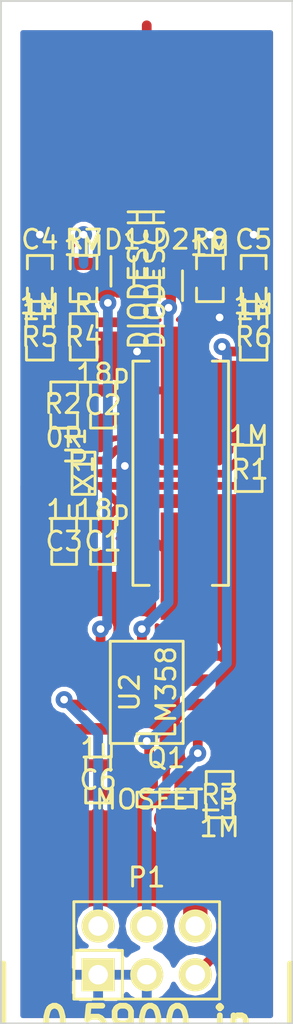
<source format=kicad_pcb>
(kicad_pcb (version 4) (host pcbnew "(2015-02-02 BZR 5402)-product")

  (general
    (links 44)
    (no_connects 0)
    (area 149.809999 77.419999 165.150001 130.860001)
    (thickness 1.6)
    (drawings 7)
    (tracks 154)
    (zones 0)
    (modules 21)
    (nets 14)
  )

  (page A4)
  (layers
    (0 F.Cu signal)
    (31 B.Cu signal)
    (32 B.Adhes user)
    (33 F.Adhes user)
    (34 B.Paste user)
    (35 F.Paste user)
    (36 B.SilkS user)
    (37 F.SilkS user hide)
    (38 B.Mask user)
    (39 F.Mask user)
    (40 Dwgs.User user)
    (41 Cmts.User user)
    (42 Eco1.User user)
    (43 Eco2.User user)
    (44 Edge.Cuts user)
    (45 Margin user)
    (46 B.CrtYd user)
    (47 F.CrtYd user)
    (48 B.Fab user)
    (49 F.Fab user)
  )

  (setup
    (last_trace_width 0.254)
    (user_trace_width 0.4064)
    (user_trace_width 0.508)
    (user_trace_width 1.27)
    (trace_clearance 0.2286)
    (zone_clearance 0.2286)
    (zone_45_only no)
    (trace_min 0.254)
    (segment_width 0.2)
    (edge_width 0.1)
    (via_size 0.889)
    (via_drill 0.4)
    (via_min_size 0.889)
    (via_min_drill 0.4)
    (uvia_size 0.508)
    (uvia_drill 0.127)
    (uvias_allowed no)
    (uvia_min_size 0.4572)
    (uvia_min_drill 0.127)
    (pcb_text_width 0.3)
    (pcb_text_size 1.5 1.5)
    (mod_edge_width 0.15)
    (mod_text_size 1 1)
    (mod_text_width 0.15)
    (pad_size 1.5 1.5)
    (pad_drill 0.6)
    (pad_to_mask_clearance 0)
    (aux_axis_origin 0 0)
    (visible_elements FFFCFF7F)
    (pcbplotparams
      (layerselection 0x00030_80000001)
      (usegerberextensions false)
      (excludeedgelayer true)
      (linewidth 0.100000)
      (plotframeref false)
      (viasonmask false)
      (mode 1)
      (useauxorigin false)
      (hpglpennumber 1)
      (hpglpenspeed 20)
      (hpglpendiameter 15)
      (hpglpenoverlay 2)
      (psnegative false)
      (psa4output false)
      (plotreference true)
      (plotvalue true)
      (plotinvisibletext false)
      (padsonsilk false)
      (subtractmaskfromsilk false)
      (outputformat 1)
      (mirror false)
      (drillshape 1)
      (scaleselection 1)
      (outputdirectory ""))
  )

  (net 0 "")
  (net 1 "Net-(C1-Pad1)")
  (net 2 GND)
  (net 3 "Net-(C2-Pad1)")
  (net 4 VCC)
  (net 5 /SENSE_LOW)
  (net 6 /SENSE_HIGH)
  (net 7 /SENSOR_TRACK)
  (net 8 /~ENABLE)
  (net 9 VDD)
  (net 10 "Net-(R1-Pad1)")
  (net 11 "Net-(R4-Pad2)")
  (net 12 /SENSE_LOW_OUT)
  (net 13 /SENSE_HIGH_OUT)

  (net_class Default "This is the default net class."
    (clearance 0.2286)
    (trace_width 0.254)
    (via_dia 0.889)
    (via_drill 0.4)
    (uvia_dia 0.508)
    (uvia_drill 0.127)
    (add_net /SENSE_HIGH)
    (add_net /SENSE_HIGH_OUT)
    (add_net /SENSE_LOW)
    (add_net /SENSE_LOW_OUT)
    (add_net /SENSOR_TRACK)
    (add_net /~ENABLE)
    (add_net GND)
    (add_net "Net-(C1-Pad1)")
    (add_net "Net-(C2-Pad1)")
    (add_net "Net-(R1-Pad1)")
    (add_net "Net-(R4-Pad2)")
    (add_net VCC)
    (add_net VDD)
  )

  (module SMD_Packages:SMD-0603_c placed (layer F.Cu) (tedit 54D226C6) (tstamp 54D22707)
    (at 155.194 105.664 270)
    (path /54D21881)
    (attr smd)
    (fp_text reference C1 (at 0 0 360) (layer F.SilkS)
      (effects (font (size 1 1) (thickness 0.15)))
    )
    (fp_text value 18p (at -1.651 0 360) (layer F.SilkS)
      (effects (font (size 1 1) (thickness 0.15)))
    )
    (fp_line (start 0.50038 0.65024) (end 1.19888 0.65024) (layer F.SilkS) (width 0.15))
    (fp_line (start -0.50038 0.65024) (end -1.19888 0.65024) (layer F.SilkS) (width 0.15))
    (fp_line (start 0.50038 -0.65024) (end 1.19888 -0.65024) (layer F.SilkS) (width 0.15))
    (fp_line (start -1.19888 -0.65024) (end -0.50038 -0.65024) (layer F.SilkS) (width 0.15))
    (fp_line (start 1.19888 -0.635) (end 1.19888 0.635) (layer F.SilkS) (width 0.15))
    (fp_line (start -1.19888 0.635) (end -1.19888 -0.635) (layer F.SilkS) (width 0.15))
    (pad 1 smd rect (at -0.762 0 270) (size 0.635 1.143) (layers F.Cu F.Paste F.Mask)
      (net 1 "Net-(C1-Pad1)"))
    (pad 2 smd rect (at 0.762 0 270) (size 0.635 1.143) (layers F.Cu F.Paste F.Mask)
      (net 2 GND))
    (model Capacitors_SMD/C_0603.wrl
      (at (xyz 0 0 0.001))
      (scale (xyz 1 1 1))
      (rotate (xyz 0 0 0))
    )
  )

  (module Transistors_SMD:sc70-6 placed (layer F.Cu) (tedit 54D226C6) (tstamp 54D22776)
    (at 154.178 102.108 90)
    (descr SC70-6)
    (path /54D21739)
    (attr smd)
    (fp_text reference U1 (at 1.4 -0.4 90) (layer F.SilkS)
      (effects (font (size 1 1) (thickness 0.15)))
    )
    (fp_text value NC7WZU04P6 (at 2.2 0.2 90) (layer F.SilkS) hide
      (effects (font (size 1 1) (thickness 0.15)))
    )
    (fp_line (start -1.1 0.3) (end -0.8 0.3) (layer F.SilkS) (width 0.15))
    (fp_line (start -0.8 0.3) (end -0.8 0.6) (layer F.SilkS) (width 0.15))
    (fp_line (start 1.1 0.6) (end 1.1 -0.6) (layer F.SilkS) (width 0.15))
    (fp_line (start -1.1 -0.6) (end -1.1 0.6) (layer F.SilkS) (width 0.15))
    (fp_line (start -1.1 0.6) (end 1.1 0.6) (layer F.SilkS) (width 0.15))
    (fp_line (start 1.1 -0.6) (end -1.1 -0.6) (layer F.SilkS) (width 0.15))
    (pad 1 smd rect (at -0.6604 1.016 90) (size 0.4064 0.6604) (layers F.Cu F.Paste F.Mask)
      (net 1 "Net-(C1-Pad1)"))
    (pad 3 smd rect (at 0.6604 1.016 90) (size 0.4064 0.6604) (layers F.Cu F.Paste F.Mask)
      (net 10 "Net-(R1-Pad1)"))
    (pad 2 smd rect (at 0 1.016 90) (size 0.4064 0.6604) (layers F.Cu F.Paste F.Mask)
      (net 2 GND))
    (pad 4 smd rect (at 0.6604 -1.016 90) (size 0.4064 0.6604) (layers F.Cu F.Paste F.Mask)
      (net 11 "Net-(R4-Pad2)"))
    (pad 6 smd rect (at -0.6604 -1.016 90) (size 0.4064 0.6604) (layers F.Cu F.Paste F.Mask)
      (net 10 "Net-(R1-Pad1)"))
    (pad 5 smd rect (at 0 -1.016 90) (size 0.4064 0.6604) (layers F.Cu F.Paste F.Mask)
      (net 4 VCC))
    (model Transistors_SMD/sc70-6.wrl
      (at (xyz 0 0 0))
      (scale (xyz 1 1 1))
      (rotate (xyz 0 0 0))
    )
  )

  (module SMD_Packages:SMD-0603_r placed (layer F.Cu) (tedit 54D226C6) (tstamp 54D22742)
    (at 162.814 101.854 270)
    (path /54D2193D)
    (attr smd)
    (fp_text reference R1 (at 0.0635 -0.0635 360) (layer F.SilkS)
      (effects (font (size 1 1) (thickness 0.15)))
    )
    (fp_text value 1M (at -1.69926 0 360) (layer F.SilkS)
      (effects (font (size 1 1) (thickness 0.15)))
    )
    (fp_line (start -0.50038 -0.6985) (end -1.2065 -0.6985) (layer F.SilkS) (width 0.15))
    (fp_line (start -1.2065 -0.6985) (end -1.2065 0.6985) (layer F.SilkS) (width 0.15))
    (fp_line (start -1.2065 0.6985) (end -0.50038 0.6985) (layer F.SilkS) (width 0.15))
    (fp_line (start 1.2065 -0.6985) (end 0.50038 -0.6985) (layer F.SilkS) (width 0.15))
    (fp_line (start 1.2065 -0.6985) (end 1.2065 0.6985) (layer F.SilkS) (width 0.15))
    (fp_line (start 1.2065 0.6985) (end 0.50038 0.6985) (layer F.SilkS) (width 0.15))
    (pad 1 smd rect (at -0.762 0 270) (size 0.635 1.143) (layers F.Cu F.Paste F.Mask)
      (net 10 "Net-(R1-Pad1)"))
    (pad 2 smd rect (at 0.762 0 270) (size 0.635 1.143) (layers F.Cu F.Paste F.Mask)
      (net 1 "Net-(C1-Pad1)"))
    (model Resistors_SMD/R_0603.wrl
      (at (xyz 0 0 0.001))
      (scale (xyz 1 1 1))
      (rotate (xyz 0 0 0))
    )
  )

  (module SMD_Packages:SMD-0603_c placed (layer F.Cu) (tedit 54D226C6) (tstamp 54D22713)
    (at 153.162 105.664 270)
    (path /54D21E5C)
    (attr smd)
    (fp_text reference C3 (at 0 0 360) (layer F.SilkS)
      (effects (font (size 1 1) (thickness 0.15)))
    )
    (fp_text value 1u (at -1.651 0 360) (layer F.SilkS)
      (effects (font (size 1 1) (thickness 0.15)))
    )
    (fp_line (start 0.50038 0.65024) (end 1.19888 0.65024) (layer F.SilkS) (width 0.15))
    (fp_line (start -0.50038 0.65024) (end -1.19888 0.65024) (layer F.SilkS) (width 0.15))
    (fp_line (start 0.50038 -0.65024) (end 1.19888 -0.65024) (layer F.SilkS) (width 0.15))
    (fp_line (start -1.19888 -0.65024) (end -0.50038 -0.65024) (layer F.SilkS) (width 0.15))
    (fp_line (start 1.19888 -0.635) (end 1.19888 0.635) (layer F.SilkS) (width 0.15))
    (fp_line (start -1.19888 0.635) (end -1.19888 -0.635) (layer F.SilkS) (width 0.15))
    (pad 1 smd rect (at -0.762 0 270) (size 0.635 1.143) (layers F.Cu F.Paste F.Mask)
      (net 4 VCC))
    (pad 2 smd rect (at 0.762 0 270) (size 0.635 1.143) (layers F.Cu F.Paste F.Mask)
      (net 2 GND))
    (model Capacitors_SMD/C_0603.wrl
      (at (xyz 0 0 0.001))
      (scale (xyz 1 1 1))
      (rotate (xyz 0 0 0))
    )
  )

  (module Crystals:Crystal_HC49-SD_SMD placed (layer F.Cu) (tedit 54D226C6) (tstamp 54D2277C)
    (at 159.258 102.108 90)
    (descr "Crystal, Quarz, HC49-SD, SMD,")
    (tags "Crystal, Quarz, HC49-SD, SMD,")
    (path /54D213EA)
    (attr smd)
    (fp_text reference X1 (at 0 -5.08 90) (layer F.SilkS)
      (effects (font (size 1 1) (thickness 0.15)))
    )
    (fp_text value 16MHz (at 2.54 5.08 90) (layer F.SilkS) hide
      (effects (font (size 1 1) (thickness 0.15)))
    )
    (fp_circle (center 0 0) (end 0.8509 0) (layer F.Adhes) (width 0.381))
    (fp_circle (center 0 0) (end 0.50038 0) (layer F.Adhes) (width 0.381))
    (fp_circle (center 0 0) (end 0.14986 0.0508) (layer F.Adhes) (width 0.381))
    (fp_line (start -5.84962 2.49936) (end 5.84962 2.49936) (layer F.SilkS) (width 0.15))
    (fp_line (start 5.84962 -2.49936) (end -5.84962 -2.49936) (layer F.SilkS) (width 0.15))
    (fp_line (start 5.84962 2.49936) (end 5.84962 1.651) (layer F.SilkS) (width 0.15))
    (fp_line (start 5.84962 -2.49936) (end 5.84962 -1.651) (layer F.SilkS) (width 0.15))
    (fp_line (start -5.84962 2.49936) (end -5.84962 1.651) (layer F.SilkS) (width 0.15))
    (fp_line (start -5.84962 -2.49936) (end -5.84962 -1.651) (layer F.SilkS) (width 0.15))
    (pad 1 smd rect (at -4.84886 0 90) (size 5.6007 2.10058) (layers F.Cu F.Paste F.Mask)
      (net 1 "Net-(C1-Pad1)"))
    (pad 2 smd rect (at 4.84886 0 90) (size 5.6007 2.10058) (layers F.Cu F.Paste F.Mask)
      (net 3 "Net-(C2-Pad1)"))
    (model ../../usr/local/share/kicad/modules/packages3d/Crystals_Oscillators_SMD/Q_49U3HMS.wrl
      (at (xyz 0 0 0))
      (scale (xyz 1 1 1))
      (rotate (xyz 0 0 0))
    )
  )

  (module SMD_Packages:SMD-0603_c placed (layer F.Cu) (tedit 54D226C6) (tstamp 54D2270D)
    (at 155.194 98.552 270)
    (path /54D218DE)
    (attr smd)
    (fp_text reference C2 (at 0 0 360) (layer F.SilkS)
      (effects (font (size 1 1) (thickness 0.15)))
    )
    (fp_text value 18p (at -1.651 0 360) (layer F.SilkS)
      (effects (font (size 1 1) (thickness 0.15)))
    )
    (fp_line (start 0.50038 0.65024) (end 1.19888 0.65024) (layer F.SilkS) (width 0.15))
    (fp_line (start -0.50038 0.65024) (end -1.19888 0.65024) (layer F.SilkS) (width 0.15))
    (fp_line (start 0.50038 -0.65024) (end 1.19888 -0.65024) (layer F.SilkS) (width 0.15))
    (fp_line (start -1.19888 -0.65024) (end -0.50038 -0.65024) (layer F.SilkS) (width 0.15))
    (fp_line (start 1.19888 -0.635) (end 1.19888 0.635) (layer F.SilkS) (width 0.15))
    (fp_line (start -1.19888 0.635) (end -1.19888 -0.635) (layer F.SilkS) (width 0.15))
    (pad 1 smd rect (at -0.762 0 270) (size 0.635 1.143) (layers F.Cu F.Paste F.Mask)
      (net 3 "Net-(C2-Pad1)"))
    (pad 2 smd rect (at 0.762 0 270) (size 0.635 1.143) (layers F.Cu F.Paste F.Mask)
      (net 2 GND))
    (model Capacitors_SMD/C_0603.wrl
      (at (xyz 0 0 0.001))
      (scale (xyz 1 1 1))
      (rotate (xyz 0 0 0))
    )
  )

  (module SMD_Packages:SMD-0603_r placed (layer F.Cu) (tedit 54D226C6) (tstamp 54D22748)
    (at 153.162 98.552 90)
    (path /54D21994)
    (attr smd)
    (fp_text reference R2 (at 0.0635 -0.0635 180) (layer F.SilkS)
      (effects (font (size 1 1) (thickness 0.15)))
    )
    (fp_text value 0R (at -1.69926 0 180) (layer F.SilkS)
      (effects (font (size 1 1) (thickness 0.15)))
    )
    (fp_line (start -0.50038 -0.6985) (end -1.2065 -0.6985) (layer F.SilkS) (width 0.15))
    (fp_line (start -1.2065 -0.6985) (end -1.2065 0.6985) (layer F.SilkS) (width 0.15))
    (fp_line (start -1.2065 0.6985) (end -0.50038 0.6985) (layer F.SilkS) (width 0.15))
    (fp_line (start 1.2065 -0.6985) (end 0.50038 -0.6985) (layer F.SilkS) (width 0.15))
    (fp_line (start 1.2065 -0.6985) (end 1.2065 0.6985) (layer F.SilkS) (width 0.15))
    (fp_line (start 1.2065 0.6985) (end 0.50038 0.6985) (layer F.SilkS) (width 0.15))
    (pad 1 smd rect (at -0.762 0 90) (size 0.635 1.143) (layers F.Cu F.Paste F.Mask)
      (net 10 "Net-(R1-Pad1)"))
    (pad 2 smd rect (at 0.762 0 90) (size 0.635 1.143) (layers F.Cu F.Paste F.Mask)
      (net 3 "Net-(C2-Pad1)"))
    (model Resistors_SMD/R_0603.wrl
      (at (xyz 0 0 0.001))
      (scale (xyz 1 1 1))
      (rotate (xyz 0 0 0))
    )
  )

  (module SMD_Packages:SMD-0603_r placed (layer F.Cu) (tedit 54D226C6) (tstamp 54D24D89)
    (at 154.178 94.996 270)
    (path /54D2209D)
    (attr smd)
    (fp_text reference R4 (at 0 0 360) (layer F.SilkS)
      (effects (font (size 1 1) (thickness 0.15)))
    )
    (fp_text value R (at -1.69926 0 360) (layer F.SilkS)
      (effects (font (size 1 1) (thickness 0.15)))
    )
    (fp_line (start -0.50038 -0.6985) (end -1.2065 -0.6985) (layer F.SilkS) (width 0.15))
    (fp_line (start -1.2065 -0.6985) (end -1.2065 0.6985) (layer F.SilkS) (width 0.15))
    (fp_line (start -1.2065 0.6985) (end -0.50038 0.6985) (layer F.SilkS) (width 0.15))
    (fp_line (start 1.2065 -0.6985) (end 0.50038 -0.6985) (layer F.SilkS) (width 0.15))
    (fp_line (start 1.2065 -0.6985) (end 1.2065 0.6985) (layer F.SilkS) (width 0.15))
    (fp_line (start 1.2065 0.6985) (end 0.50038 0.6985) (layer F.SilkS) (width 0.15))
    (pad 1 smd rect (at -0.762 0 270) (size 0.635 1.143) (layers F.Cu F.Paste F.Mask)
      (net 7 /SENSOR_TRACK))
    (pad 2 smd rect (at 0.762 0 270) (size 0.635 1.143) (layers F.Cu F.Paste F.Mask)
      (net 11 "Net-(R4-Pad2)"))
    (model Resistors_SMD/R_0603.wrl
      (at (xyz 0 0 0.001))
      (scale (xyz 1 1 1))
      (rotate (xyz 0 0 0))
    )
  )

  (module SMD_Packages:SMD-0603_c placed (layer F.Cu) (tedit 54D226C6) (tstamp 54D22719)
    (at 151.892 91.948 90)
    (path /54D2222A)
    (attr smd)
    (fp_text reference C4 (at 2.032 0 180) (layer F.SilkS)
      (effects (font (size 1 1) (thickness 0.15)))
    )
    (fp_text value 1n (at -1.651 0 180) (layer F.SilkS)
      (effects (font (size 1 1) (thickness 0.15)))
    )
    (fp_line (start 0.50038 0.65024) (end 1.19888 0.65024) (layer F.SilkS) (width 0.15))
    (fp_line (start -0.50038 0.65024) (end -1.19888 0.65024) (layer F.SilkS) (width 0.15))
    (fp_line (start 0.50038 -0.65024) (end 1.19888 -0.65024) (layer F.SilkS) (width 0.15))
    (fp_line (start -1.19888 -0.65024) (end -0.50038 -0.65024) (layer F.SilkS) (width 0.15))
    (fp_line (start 1.19888 -0.635) (end 1.19888 0.635) (layer F.SilkS) (width 0.15))
    (fp_line (start -1.19888 0.635) (end -1.19888 -0.635) (layer F.SilkS) (width 0.15))
    (pad 1 smd rect (at -0.762 0 90) (size 0.635 1.143) (layers F.Cu F.Paste F.Mask)
      (net 5 /SENSE_LOW))
    (pad 2 smd rect (at 0.762 0 90) (size 0.635 1.143) (layers F.Cu F.Paste F.Mask)
      (net 2 GND))
    (model Capacitors_SMD/C_0603.wrl
      (at (xyz 0 0 0))
      (scale (xyz 1 1 1))
      (rotate (xyz 0 0 0))
    )
  )

  (module SMD_Packages:SMD-0603_c placed (layer F.Cu) (tedit 54D226C6) (tstamp 54D2271F)
    (at 163.068 91.948 90)
    (path /54D22484)
    (attr smd)
    (fp_text reference C5 (at 2.032 0 180) (layer F.SilkS)
      (effects (font (size 1 1) (thickness 0.15)))
    )
    (fp_text value 1n (at -1.651 0 180) (layer F.SilkS)
      (effects (font (size 1 1) (thickness 0.15)))
    )
    (fp_line (start 0.50038 0.65024) (end 1.19888 0.65024) (layer F.SilkS) (width 0.15))
    (fp_line (start -0.50038 0.65024) (end -1.19888 0.65024) (layer F.SilkS) (width 0.15))
    (fp_line (start 0.50038 -0.65024) (end 1.19888 -0.65024) (layer F.SilkS) (width 0.15))
    (fp_line (start -1.19888 -0.65024) (end -0.50038 -0.65024) (layer F.SilkS) (width 0.15))
    (fp_line (start 1.19888 -0.635) (end 1.19888 0.635) (layer F.SilkS) (width 0.15))
    (fp_line (start -1.19888 0.635) (end -1.19888 -0.635) (layer F.SilkS) (width 0.15))
    (pad 1 smd rect (at -0.762 0 90) (size 0.635 1.143) (layers F.Cu F.Paste F.Mask)
      (net 6 /SENSE_HIGH))
    (pad 2 smd rect (at 0.762 0 90) (size 0.635 1.143) (layers F.Cu F.Paste F.Mask)
      (net 2 GND))
    (model Capacitors_SMD/C_0603.wrl
      (at (xyz 0 0 0.001))
      (scale (xyz 1 1 1))
      (rotate (xyz 0 0 0))
    )
  )

  (module Pin_Headers:Pin_Header_Straight_2x03 placed (layer F.Cu) (tedit 54D226C6) (tstamp 54D22735)
    (at 157.48 127)
    (descr "Through hole pin header")
    (tags "pin header")
    (path /54D22B40)
    (fp_text reference P1 (at 0 -3.81) (layer F.SilkS)
      (effects (font (size 1 1) (thickness 0.15)))
    )
    (fp_text value CONN_01X06 (at 0 0) (layer F.SilkS) hide
      (effects (font (size 1 1) (thickness 0.15)))
    )
    (fp_line (start -3.81 0) (end -1.27 0) (layer F.SilkS) (width 0.15))
    (fp_line (start -1.27 0) (end -1.27 2.54) (layer F.SilkS) (width 0.15))
    (fp_line (start -3.81 2.54) (end 3.81 2.54) (layer F.SilkS) (width 0.15))
    (fp_line (start 3.81 2.54) (end 3.81 -2.54) (layer F.SilkS) (width 0.15))
    (fp_line (start 3.81 -2.54) (end -1.27 -2.54) (layer F.SilkS) (width 0.15))
    (fp_line (start -3.81 2.54) (end -3.81 0) (layer F.SilkS) (width 0.15))
    (fp_line (start -3.81 -2.54) (end -3.81 0) (layer F.SilkS) (width 0.15))
    (fp_line (start -1.27 -2.54) (end -3.81 -2.54) (layer F.SilkS) (width 0.15))
    (pad 1 thru_hole rect (at -2.54 1.27) (size 1.7272 1.7272) (drill 1.016) (layers *.Cu *.Mask F.SilkS)
      (net 2 GND))
    (pad 2 thru_hole oval (at -2.54 -1.27) (size 1.7272 1.7272) (drill 1.016) (layers *.Cu *.Mask F.SilkS)
      (net 12 /SENSE_LOW_OUT))
    (pad 3 thru_hole oval (at 0 1.27) (size 1.7272 1.7272) (drill 1.016) (layers *.Cu *.Mask F.SilkS)
      (net 2 GND))
    (pad 4 thru_hole oval (at 0 -1.27) (size 1.7272 1.7272) (drill 1.016) (layers *.Cu *.Mask F.SilkS)
      (net 13 /SENSE_HIGH_OUT))
    (pad 5 thru_hole oval (at 2.54 1.27) (size 1.7272 1.7272) (drill 1.016) (layers *.Cu *.Mask F.SilkS)
      (net 8 /~ENABLE))
    (pad 6 thru_hole oval (at 2.54 -1.27) (size 1.7272 1.7272) (drill 1.016) (layers *.Cu *.Mask F.SilkS)
      (net 9 VDD))
    (model Pin_Headers/Pin_Header_Straight_2x03.wrl
      (at (xyz 0 0 0))
      (scale (xyz 1 1 1))
      (rotate (xyz 0 0 0))
    )
  )

  (module SMD_Packages:SOT-23-GDS placed (layer F.Cu) (tedit 54D226C6) (tstamp 54D2273C)
    (at 158.496 119.126)
    (descr "Module CMS SOT23 Transistore EBC")
    (tags "CMS SOT")
    (path /54D22CB3)
    (attr smd)
    (fp_text reference Q1 (at 0 -2.159) (layer F.SilkS)
      (effects (font (size 1 1) (thickness 0.15)))
    )
    (fp_text value MOSFET_P (at 0 0) (layer F.SilkS)
      (effects (font (size 1 1) (thickness 0.15)))
    )
    (fp_line (start -1.524 -0.381) (end 1.524 -0.381) (layer F.SilkS) (width 0.15))
    (fp_line (start 1.524 -0.381) (end 1.524 0.381) (layer F.SilkS) (width 0.15))
    (fp_line (start 1.524 0.381) (end -1.524 0.381) (layer F.SilkS) (width 0.15))
    (fp_line (start -1.524 0.381) (end -1.524 -0.381) (layer F.SilkS) (width 0.15))
    (pad S smd rect (at -0.889 -1.016) (size 0.9144 0.9144) (layers F.Cu F.Paste F.Mask)
      (net 4 VCC))
    (pad G smd rect (at 0.889 -1.016) (size 0.9144 0.9144) (layers F.Cu F.Paste F.Mask)
      (net 8 /~ENABLE))
    (pad D smd rect (at 0 1.016) (size 0.9144 0.9144) (layers F.Cu F.Paste F.Mask)
      (net 9 VDD))
    (model SMD_Packages/SOT-23-GDS.wrl
      (at (xyz 0 0 0))
      (scale (xyz 0.13 0.15 0.15))
      (rotate (xyz 0 0 0))
    )
  )

  (module SMD_Packages:SMD-0603_r placed (layer F.Cu) (tedit 54D226C6) (tstamp 54D24F12)
    (at 161.29 118.872 90)
    (path /54D22EA4)
    (attr smd)
    (fp_text reference R3 (at 0 0 180) (layer F.SilkS)
      (effects (font (size 1 1) (thickness 0.15)))
    )
    (fp_text value 1M (at -1.69926 0 180) (layer F.SilkS)
      (effects (font (size 1 1) (thickness 0.15)))
    )
    (fp_line (start -0.50038 -0.6985) (end -1.2065 -0.6985) (layer F.SilkS) (width 0.15))
    (fp_line (start -1.2065 -0.6985) (end -1.2065 0.6985) (layer F.SilkS) (width 0.15))
    (fp_line (start -1.2065 0.6985) (end -0.50038 0.6985) (layer F.SilkS) (width 0.15))
    (fp_line (start 1.2065 -0.6985) (end 0.50038 -0.6985) (layer F.SilkS) (width 0.15))
    (fp_line (start 1.2065 -0.6985) (end 1.2065 0.6985) (layer F.SilkS) (width 0.15))
    (fp_line (start 1.2065 0.6985) (end 0.50038 0.6985) (layer F.SilkS) (width 0.15))
    (pad 1 smd rect (at -0.762 0 90) (size 0.635 1.143) (layers F.Cu F.Paste F.Mask)
      (net 9 VDD))
    (pad 2 smd rect (at 0.762 0 90) (size 0.635 1.143) (layers F.Cu F.Paste F.Mask)
      (net 8 /~ENABLE))
    (model Resistors_SMD/R_0603.wrl
      (at (xyz 0 0 0.001))
      (scale (xyz 1 1 1))
      (rotate (xyz 0 0 0))
    )
  )

  (module SMD_Packages:SMD-0603_r placed (layer F.Cu) (tedit 54D226C6) (tstamp 54D2275A)
    (at 151.892 94.996 270)
    (path /54D22174)
    (attr smd)
    (fp_text reference R5 (at 0 0 360) (layer F.SilkS)
      (effects (font (size 1 1) (thickness 0.15)))
    )
    (fp_text value 1M (at -1.69926 0 360) (layer F.SilkS)
      (effects (font (size 1 1) (thickness 0.15)))
    )
    (fp_line (start -0.50038 -0.6985) (end -1.2065 -0.6985) (layer F.SilkS) (width 0.15))
    (fp_line (start -1.2065 -0.6985) (end -1.2065 0.6985) (layer F.SilkS) (width 0.15))
    (fp_line (start -1.2065 0.6985) (end -0.50038 0.6985) (layer F.SilkS) (width 0.15))
    (fp_line (start 1.2065 -0.6985) (end 0.50038 -0.6985) (layer F.SilkS) (width 0.15))
    (fp_line (start 1.2065 -0.6985) (end 1.2065 0.6985) (layer F.SilkS) (width 0.15))
    (fp_line (start 1.2065 0.6985) (end 0.50038 0.6985) (layer F.SilkS) (width 0.15))
    (pad 1 smd rect (at -0.762 0 270) (size 0.635 1.143) (layers F.Cu F.Paste F.Mask)
      (net 5 /SENSE_LOW))
    (pad 2 smd rect (at 0.762 0 270) (size 0.635 1.143) (layers F.Cu F.Paste F.Mask)
      (net 4 VCC))
    (model Resistors_SMD/R_0603.wrl
      (at (xyz 0 0 0.001))
      (scale (xyz 1 1 1))
      (rotate (xyz 0 0 0))
    )
  )

  (module SMD_Packages:SMD-0603_r placed (layer F.Cu) (tedit 54D226C6) (tstamp 54D22760)
    (at 163.068 94.996 270)
    (path /54D2252C)
    (attr smd)
    (fp_text reference R6 (at 0 0 360) (layer F.SilkS)
      (effects (font (size 1 1) (thickness 0.15)))
    )
    (fp_text value 1M (at -1.69926 0 360) (layer F.SilkS)
      (effects (font (size 1 1) (thickness 0.15)))
    )
    (fp_line (start -0.50038 -0.6985) (end -1.2065 -0.6985) (layer F.SilkS) (width 0.15))
    (fp_line (start -1.2065 -0.6985) (end -1.2065 0.6985) (layer F.SilkS) (width 0.15))
    (fp_line (start -1.2065 0.6985) (end -0.50038 0.6985) (layer F.SilkS) (width 0.15))
    (fp_line (start 1.2065 -0.6985) (end 0.50038 -0.6985) (layer F.SilkS) (width 0.15))
    (fp_line (start 1.2065 -0.6985) (end 1.2065 0.6985) (layer F.SilkS) (width 0.15))
    (fp_line (start 1.2065 0.6985) (end 0.50038 0.6985) (layer F.SilkS) (width 0.15))
    (pad 1 smd rect (at -0.762 0 270) (size 0.635 1.143) (layers F.Cu F.Paste F.Mask)
      (net 6 /SENSE_HIGH))
    (pad 2 smd rect (at 0.762 0 270) (size 0.635 1.143) (layers F.Cu F.Paste F.Mask)
      (net 4 VCC))
    (model Resistors_SMD/R_0603.wrl
      (at (xyz 0 0 0.001))
      (scale (xyz 1 1 1))
      (rotate (xyz 0 0 0))
    )
  )

  (module SMD_Packages:SMD-0603_r placed (layer F.Cu) (tedit 54D226C6) (tstamp 54D22766)
    (at 154.178 91.948 270)
    (path /54D222F8)
    (attr smd)
    (fp_text reference R7 (at -2.032 0 360) (layer F.SilkS)
      (effects (font (size 1 1) (thickness 0.15)))
    )
    (fp_text value 1M (at -1.69926 0 360) (layer F.SilkS)
      (effects (font (size 1 1) (thickness 0.15)))
    )
    (fp_line (start -0.50038 -0.6985) (end -1.2065 -0.6985) (layer F.SilkS) (width 0.15))
    (fp_line (start -1.2065 -0.6985) (end -1.2065 0.6985) (layer F.SilkS) (width 0.15))
    (fp_line (start -1.2065 0.6985) (end -0.50038 0.6985) (layer F.SilkS) (width 0.15))
    (fp_line (start 1.2065 -0.6985) (end 0.50038 -0.6985) (layer F.SilkS) (width 0.15))
    (fp_line (start 1.2065 -0.6985) (end 1.2065 0.6985) (layer F.SilkS) (width 0.15))
    (fp_line (start 1.2065 0.6985) (end 0.50038 0.6985) (layer F.SilkS) (width 0.15))
    (pad 1 smd rect (at -0.762 0 270) (size 0.635 1.143) (layers F.Cu F.Paste F.Mask)
      (net 2 GND))
    (pad 2 smd rect (at 0.762 0 270) (size 0.635 1.143) (layers F.Cu F.Paste F.Mask)
      (net 5 /SENSE_LOW))
    (model Resistors_SMD/R_0603.wrl
      (at (xyz 0 0 0.001))
      (scale (xyz 1 1 1))
      (rotate (xyz 0 0 0))
    )
  )

  (module SMD_Packages:SMD-0603_r placed (layer F.Cu) (tedit 54D226C6) (tstamp 54D2276C)
    (at 160.782 91.948 270)
    (path /54D221C8)
    (attr smd)
    (fp_text reference R8 (at -2.032 0 360) (layer F.SilkS)
      (effects (font (size 1 1) (thickness 0.15)))
    )
    (fp_text value 1M (at -1.69926 0 360) (layer F.SilkS)
      (effects (font (size 1 1) (thickness 0.15)))
    )
    (fp_line (start -0.50038 -0.6985) (end -1.2065 -0.6985) (layer F.SilkS) (width 0.15))
    (fp_line (start -1.2065 -0.6985) (end -1.2065 0.6985) (layer F.SilkS) (width 0.15))
    (fp_line (start -1.2065 0.6985) (end -0.50038 0.6985) (layer F.SilkS) (width 0.15))
    (fp_line (start 1.2065 -0.6985) (end 0.50038 -0.6985) (layer F.SilkS) (width 0.15))
    (fp_line (start 1.2065 -0.6985) (end 1.2065 0.6985) (layer F.SilkS) (width 0.15))
    (fp_line (start 1.2065 0.6985) (end 0.50038 0.6985) (layer F.SilkS) (width 0.15))
    (pad 1 smd rect (at -0.762 0 270) (size 0.635 1.143) (layers F.Cu F.Paste F.Mask)
      (net 2 GND))
    (pad 2 smd rect (at 0.762 0 270) (size 0.635 1.143) (layers F.Cu F.Paste F.Mask)
      (net 6 /SENSE_HIGH))
    (model Resistors_SMD/R_0603.wrl
      (at (xyz 0 0 0.001))
      (scale (xyz 1 1 1))
      (rotate (xyz 0 0 0))
    )
  )

  (module SMD_Packages:SOIC-8-W (layer F.Cu) (tedit 54D240B1) (tstamp 54D252C2)
    (at 157.48 113.538 90)
    (descr "module SMD SOIC SOJ 8 pins etroit")
    (tags "CMS SOJ")
    (path /54D24072)
    (attr smd)
    (fp_text reference U2 (at 0 -0.889 90) (layer F.SilkS)
      (effects (font (size 1 1) (thickness 0.15)))
    )
    (fp_text value LM358 (at 0 1.016 90) (layer F.SilkS)
      (effects (font (size 1 1) (thickness 0.15)))
    )
    (fp_line (start -2.667 1.778) (end -2.667 1.905) (layer F.SilkS) (width 0.15))
    (fp_line (start -2.667 1.905) (end 2.667 1.905) (layer F.SilkS) (width 0.15))
    (fp_line (start 2.667 -1.905) (end -2.667 -1.905) (layer F.SilkS) (width 0.15))
    (fp_line (start -2.667 -1.905) (end -2.667 1.778) (layer F.SilkS) (width 0.15))
    (fp_line (start -2.667 -0.508) (end -2.159 -0.508) (layer F.SilkS) (width 0.15))
    (fp_line (start -2.159 -0.508) (end -2.159 0.508) (layer F.SilkS) (width 0.15))
    (fp_line (start -2.159 0.508) (end -2.667 0.508) (layer F.SilkS) (width 0.15))
    (fp_line (start 2.667 -1.905) (end 2.667 1.905) (layer F.SilkS) (width 0.15))
    (pad 8 smd rect (at -1.905 -2.667 90) (size 0.59944 1.39954) (layers F.Cu F.Paste F.Mask)
      (net 4 VCC))
    (pad 1 smd rect (at -1.905 2.667 90) (size 0.59944 1.39954) (layers F.Cu F.Paste F.Mask)
      (net 13 /SENSE_HIGH_OUT))
    (pad 7 smd rect (at -0.635 -2.667 90) (size 0.59944 1.39954) (layers F.Cu F.Paste F.Mask)
      (net 12 /SENSE_LOW_OUT))
    (pad 6 smd rect (at 0.635 -2.667 90) (size 0.59944 1.39954) (layers F.Cu F.Paste F.Mask)
      (net 12 /SENSE_LOW_OUT))
    (pad 5 smd rect (at 1.905 -2.667 90) (size 0.59944 1.39954) (layers F.Cu F.Paste F.Mask)
      (net 5 /SENSE_LOW))
    (pad 2 smd rect (at -0.635 2.667 90) (size 0.59944 1.39954) (layers F.Cu F.Paste F.Mask)
      (net 13 /SENSE_HIGH_OUT))
    (pad 3 smd rect (at 0.635 2.667 90) (size 0.59944 1.39954) (layers F.Cu F.Paste F.Mask)
      (net 6 /SENSE_HIGH))
    (pad 4 smd rect (at 1.905 2.667 90) (size 0.59944 1.39954) (layers F.Cu F.Paste F.Mask)
      (net 2 GND))
    (model SMD_Packages/SOIC-8-W.wrl
      (at (xyz 0 0 0))
      (scale (xyz 0.5 0.32 0.5))
      (rotate (xyz 0 0 0))
    )
  )

  (module SMD_Packages:SMD-0603_c (layer F.Cu) (tedit 54D24E80) (tstamp 54D24E99)
    (at 154.94 118.11 270)
    (path /54D2428C)
    (attr smd)
    (fp_text reference C6 (at 0 0 360) (layer F.SilkS)
      (effects (font (size 1 1) (thickness 0.15)))
    )
    (fp_text value 1u (at -1.651 0 360) (layer F.SilkS)
      (effects (font (size 1 1) (thickness 0.15)))
    )
    (fp_line (start 0.50038 0.65024) (end 1.19888 0.65024) (layer F.SilkS) (width 0.15))
    (fp_line (start -0.50038 0.65024) (end -1.19888 0.65024) (layer F.SilkS) (width 0.15))
    (fp_line (start 0.50038 -0.65024) (end 1.19888 -0.65024) (layer F.SilkS) (width 0.15))
    (fp_line (start -1.19888 -0.65024) (end -0.50038 -0.65024) (layer F.SilkS) (width 0.15))
    (fp_line (start 1.19888 -0.635) (end 1.19888 0.635) (layer F.SilkS) (width 0.15))
    (fp_line (start -1.19888 0.635) (end -1.19888 -0.635) (layer F.SilkS) (width 0.15))
    (pad 1 smd rect (at -0.762 0 270) (size 0.635 1.143) (layers F.Cu F.Paste F.Mask)
      (net 4 VCC))
    (pad 2 smd rect (at 0.762 0 270) (size 0.635 1.143) (layers F.Cu F.Paste F.Mask)
      (net 2 GND))
    (model Capacitors_SMD/C_0603.wrl
      (at (xyz 0 0 0.001))
      (scale (xyz 1 1 1))
      (rotate (xyz 0 0 0))
    )
  )

  (module SMD_Packages:SOD-523 (layer F.Cu) (tedit 54D255C3) (tstamp 54D25618)
    (at 156.21 91.948 90)
    (descr "http://www.diodes.com/datasheets/ap02001.pdf p.144")
    (tags "Diode SOD523")
    (path /54D21FCD)
    (fp_text reference D1 (at 2.032 0 180) (layer F.SilkS)
      (effects (font (size 1 1) (thickness 0.15)))
    )
    (fp_text value DIODESCH (at 0 1.7 90) (layer F.SilkS)
      (effects (font (size 1 1) (thickness 0.15)))
    )
    (fp_line (start -0.4 0.6) (end 1.15 0.6) (layer F.SilkS) (width 0.15))
    (fp_line (start -0.4 -0.6) (end 1.15 -0.6) (layer F.SilkS) (width 0.15))
    (pad 1 smd rect (at -0.7 0 90) (size 0.6 0.7) (layers F.Cu F.Paste F.Mask)
      (net 5 /SENSE_LOW))
    (pad 2 smd rect (at 0.7 0 90) (size 0.6 0.7) (layers F.Cu F.Paste F.Mask)
      (net 7 /SENSOR_TRACK))
  )

  (module SMD_Packages:SOD-523 (layer F.Cu) (tedit 54D255C3) (tstamp 54D2561D)
    (at 158.75 91.948 270)
    (descr "http://www.diodes.com/datasheets/ap02001.pdf p.144")
    (tags "Diode SOD523")
    (path /54D22068)
    (fp_text reference D2 (at -2.032 0 360) (layer F.SilkS)
      (effects (font (size 1 1) (thickness 0.15)))
    )
    (fp_text value DIODESCH (at 0 1.7 270) (layer F.SilkS)
      (effects (font (size 1 1) (thickness 0.15)))
    )
    (fp_line (start -0.4 0.6) (end 1.15 0.6) (layer F.SilkS) (width 0.15))
    (fp_line (start -0.4 -0.6) (end 1.15 -0.6) (layer F.SilkS) (width 0.15))
    (pad 1 smd rect (at -0.7 0 270) (size 0.6 0.7) (layers F.Cu F.Paste F.Mask)
      (net 7 /SENSOR_TRACK))
    (pad 2 smd rect (at 0.7 0 270) (size 0.6 0.7) (layers F.Cu F.Paste F.Mask)
      (net 6 /SENSE_HIGH))
  )

  (gr_line (start 165.1 77.47) (end 165.1 92.71) (angle 90) (layer Edge.Cuts) (width 0.1))
  (gr_line (start 149.86 77.47) (end 165.1 77.47) (angle 90) (layer Edge.Cuts) (width 0.1))
  (gr_line (start 149.86 92.71) (end 149.86 77.47) (angle 90) (layer Edge.Cuts) (width 0.1))
  (gr_line (start 165.1 92.71) (end 165.1 130.81) (layer Edge.Cuts) (width 0.1))
  (gr_line (start 149.86 130.81) (end 149.86 92.71) (layer Edge.Cuts) (width 0.1))
  (gr_line (start 165.1 130.81) (end 149.86 130.81) (layer Edge.Cuts) (width 0.1))
  (dimension 14.986 (width 0.3) (layer F.SilkS)
    (gr_text "14,986 mm" (at 157.48 133.858) (layer F.SilkS)
      (effects (font (size 1.5 1.5) (thickness 0.3)))
    )
    (feature1 (pts (xy 164.973 127.682) (xy 164.973 135.208)))
    (feature2 (pts (xy 149.987 127.682) (xy 149.987 135.208)))
    (crossbar (pts (xy 149.987 132.508) (xy 164.973 132.508)))
    (arrow1a (pts (xy 164.973 132.508) (xy 163.846496 133.094421)))
    (arrow1b (pts (xy 164.973 132.508) (xy 163.846496 131.921579)))
    (arrow2a (pts (xy 149.987 132.508) (xy 151.113504 133.094421)))
    (arrow2b (pts (xy 149.987 132.508) (xy 151.113504 131.921579)))
  )

  (segment (start 154.178 91.186) (end 154.178 89.662) (width 0.508) (layer B.Cu) (net 0))
  (via (at 154.178 89.662) (size 0.889) (layers F.Cu B.Cu) (net 0))
  (segment (start 156.07157 103.77043) (end 159.258 106.95686) (width 0.4064) (layer F.Cu) (net 1) (tstamp 54D22E13))
  (segment (start 155.194 104.902) (end 155.194 104.648) (width 0.4064) (layer F.Cu) (net 1))
  (segment (start 155.194 102.89286) (end 156.07157 103.77043) (width 0.4064) (layer F.Cu) (net 1) (tstamp 54D22DF8))
  (segment (start 155.194 104.648) (end 156.07157 103.77043) (width 0.4064) (layer F.Cu) (net 1) (tstamp 54D22E09))
  (segment (start 155.194 102.7684) (end 155.194 102.89286) (width 0.4064) (layer F.Cu) (net 1))
  (segment (start 162.6616 102.7684) (end 162.814 102.616) (width 0.4064) (layer F.Cu) (net 1))
  (segment (start 155.194 102.7684) (end 162.6616 102.7684) (width 0.4064) (layer F.Cu) (net 1))
  (segment (start 160.782 89.662) (end 160.782 93.472) (width 0.254) (layer B.Cu) (net 2))
  (via (at 161.29 93.98) (size 0.889) (layers F.Cu B.Cu) (net 2))
  (segment (start 160.782 93.472) (end 161.29 93.98) (width 0.254) (layer B.Cu) (net 2) (tstamp 54D274F5))
  (segment (start 160.782 89.662) (end 159.512 89.662) (width 0.254) (layer B.Cu) (net 2))
  (via (at 160.782 89.662) (size 0.889) (layers F.Cu B.Cu) (net 2))
  (segment (start 160.782 91.186) (end 160.782 89.662) (width 0.508) (layer F.Cu) (net 2))
  (via (at 156.972 95.758) (size 0.889) (layers F.Cu B.Cu) (net 2))
  (segment (start 156.972 92.202) (end 156.972 95.758) (width 0.254) (layer B.Cu) (net 2) (tstamp 54D274DC))
  (segment (start 159.512 89.662) (end 156.972 92.202) (width 0.254) (layer B.Cu) (net 2) (tstamp 54D274DA))
  (segment (start 163.068 91.186) (end 163.068 89.662) (width 0.508) (layer F.Cu) (net 2))
  (via (at 163.068 89.662) (size 0.889) (layers F.Cu B.Cu) (net 2))
  (segment (start 151.892 91.186) (end 151.892 89.662) (width 0.508) (layer F.Cu) (net 2))
  (via (at 151.892 89.662) (size 0.889) (layers F.Cu B.Cu) (net 2))
  (via (at 156.337 101.727) (size 0.889) (layers F.Cu B.Cu) (net 2))
  (segment (start 155.956 102.108) (end 156.337 101.727) (width 0.4064) (layer F.Cu) (net 2))
  (segment (start 155.194 102.108) (end 155.956 102.108) (width 0.4064) (layer F.Cu) (net 2))
  (segment (start 158.72714 97.79) (end 159.258 97.25914) (width 0.4064) (layer F.Cu) (net 3) (tstamp 54D22E78))
  (segment (start 158.72714 97.536) (end 159.004 97.25914) (width 0.508) (layer F.Cu) (net 3) (tstamp 54D22A42))
  (segment (start 153.162 97.79) (end 155.194 97.79) (width 0.4064) (layer F.Cu) (net 3))
  (segment (start 155.194 97.79) (end 158.72714 97.79) (width 0.4064) (layer F.Cu) (net 3))
  (segment (start 154.813 115.443) (end 153.289 115.443) (width 0.508) (layer F.Cu) (net 4))
  (segment (start 153.289 115.443) (end 151.892 114.046) (width 0.508) (layer F.Cu) (net 4) (tstamp 54D2646D))
  (segment (start 157.48 116.078) (end 157.607 116.078) (width 0.508) (layer B.Cu) (net 4))
  (segment (start 157.607 116.078) (end 161.671 112.014) (width 0.508) (layer B.Cu) (net 4) (tstamp 54D26401))
  (segment (start 157.607 118.11) (end 157.607 116.205) (width 0.508) (layer F.Cu) (net 4))
  (via (at 157.48 116.078) (size 0.889) (layers F.Cu B.Cu) (net 4))
  (segment (start 157.607 116.205) (end 157.48 116.078) (width 0.508) (layer F.Cu) (net 4) (tstamp 54D263E7))
  (segment (start 161.671 110.236) (end 161.671 112.014) (width 0.508) (layer B.Cu) (net 4))
  (segment (start 161.671 95.758) (end 161.671 110.236) (width 0.508) (layer B.Cu) (net 4) (tstamp 54D25D86))
  (segment (start 151.892 114.046) (end 151.892 113.120172) (width 0.508) (layer F.Cu) (net 4) (tstamp 54D25DEB))
  (segment (start 151.892 113.120172) (end 151.892 105.918) (width 0.508) (layer F.Cu) (net 4))
  (segment (start 151.892 105.918) (end 152.908 104.902) (width 0.508) (layer F.Cu) (net 4))
  (segment (start 161.671 95.758) (end 161.417 95.504) (width 0.508) (layer B.Cu) (net 4) (tstamp 54D25D87))
  (segment (start 151.892 95.758) (end 152.273 95.758) (width 0.508) (layer F.Cu) (net 4))
  (segment (start 161.671 95.758) (end 163.068 95.758) (width 0.508) (layer F.Cu) (net 4) (tstamp 54D25C19))
  (segment (start 161.417 95.504) (end 161.671 95.758) (width 0.508) (layer F.Cu) (net 4) (tstamp 54D25C18))
  (via (at 161.417 95.504) (size 0.889) (layers F.Cu B.Cu) (net 4))
  (segment (start 151.472889 96.842988) (end 151.892 96.423877) (width 0.508) (layer F.Cu) (net 4))
  (segment (start 151.892 96.423877) (end 151.892 95.758) (width 0.508) (layer F.Cu) (net 4))
  (segment (start 153.162 104.902) (end 153.162 104.0765) (width 0.508) (layer F.Cu) (net 4))
  (segment (start 153.162 104.0765) (end 151.472889 102.387389) (width 0.508) (layer F.Cu) (net 4))
  (segment (start 151.472889 102.387389) (end 151.472889 96.842988) (width 0.508) (layer F.Cu) (net 4))
  (segment (start 154.94 115.57) (end 154.813 115.443) (width 0.508) (layer F.Cu) (net 4))
  (segment (start 154.94 117.348) (end 154.94 115.57) (width 0.508) (layer F.Cu) (net 4))
  (segment (start 156.845 117.348) (end 157.607 118.11) (width 0.508) (layer F.Cu) (net 4))
  (segment (start 156.337 117.348) (end 156.845 117.348) (width 0.508) (layer F.Cu) (net 4) (tstamp 54D25D23))
  (segment (start 154.94 117.348) (end 156.337 117.348) (width 0.508) (layer F.Cu) (net 4))
  (segment (start 153.162 103.920439) (end 153.162 104.902) (width 0.4064) (layer F.Cu) (net 4))
  (segment (start 152.27299 103.031429) (end 153.162 103.920439) (width 0.4064) (layer F.Cu) (net 4))
  (segment (start 152.27299 102.26041) (end 152.27299 103.031429) (width 0.4064) (layer F.Cu) (net 4))
  (segment (start 152.4254 102.108) (end 152.27299 102.26041) (width 0.4064) (layer F.Cu) (net 4))
  (segment (start 153.162 102.108) (end 152.4254 102.108) (width 0.4064) (layer F.Cu) (net 4))
  (segment (start 154.94 117.348) (end 154.686 117.348) (width 0.4064) (layer F.Cu) (net 4))
  (segment (start 152.908 104.902) (end 153.162 104.902) (width 0.508) (layer F.Cu) (net 4))
  (segment (start 154.813 115.443) (end 154.214828 115.443) (width 0.508) (layer F.Cu) (net 4))
  (segment (start 155.232101 110.070899) (end 155.067 110.236) (width 0.508) (layer B.Cu) (net 5))
  (segment (start 155.067 110.236) (end 155.067 111.379) (width 0.508) (layer F.Cu) (net 5))
  (via (at 155.067 110.236) (size 0.889) (layers F.Cu B.Cu) (net 5))
  (segment (start 155.067 111.379) (end 154.813 111.633) (width 0.508) (layer F.Cu) (net 5))
  (segment (start 155.409899 110.070899) (end 155.232101 110.070899) (width 0.508) (layer B.Cu) (net 5))
  (segment (start 155.448 93.218) (end 155.448 101.24389) (width 0.508) (layer B.Cu) (net 5))
  (segment (start 155.448 101.24389) (end 155.409899 101.281991) (width 0.508) (layer B.Cu) (net 5))
  (segment (start 155.409899 101.281991) (end 155.409899 110.070899) (width 0.508) (layer B.Cu) (net 5))
  (segment (start 154.178 92.71) (end 154.94 92.71) (width 0.508) (layer F.Cu) (net 5))
  (segment (start 154.94 92.71) (end 155.448 93.218) (width 0.508) (layer F.Cu) (net 5))
  (via (at 155.448 93.218) (size 0.889) (layers F.Cu B.Cu) (net 5))
  (segment (start 151.892 94.234) (end 151.892 92.71) (width 0.508) (layer F.Cu) (net 5))
  (segment (start 154.432 92.71) (end 152.4 92.71) (width 0.508) (layer F.Cu) (net 5))
  (segment (start 156.21 92.648) (end 154.494 92.648) (width 0.508) (layer F.Cu) (net 5))
  (segment (start 154.494 92.648) (end 154.432 92.71) (width 0.508) (layer F.Cu) (net 5))
  (segment (start 158.623 108.839) (end 158.623 108.331) (width 0.508) (layer B.Cu) (net 6) (tstamp 54D26385))
  (segment (start 160.147 112.903) (end 158.623 112.903) (width 0.508) (layer F.Cu) (net 6))
  (segment (start 157.226 110.236) (end 158.623 108.839) (width 0.508) (layer B.Cu) (net 6) (tstamp 54D26384))
  (via (at 157.226 110.236) (size 0.889) (layers F.Cu B.Cu) (net 6))
  (segment (start 157.226 111.506) (end 157.226 110.236) (width 0.508) (layer F.Cu) (net 6) (tstamp 54D2637C))
  (segment (start 158.623 112.903) (end 157.226 111.506) (width 0.508) (layer F.Cu) (net 6) (tstamp 54D2636B))
  (segment (start 158.623 93.472) (end 158.623 108.204) (width 0.508) (layer B.Cu) (net 6))
  (via (at 158.623 93.472) (size 0.889) (layers F.Cu B.Cu) (net 6))
  (segment (start 158.75 93.345) (end 158.623 93.472) (width 0.508) (layer F.Cu) (net 6))
  (segment (start 158.75 92.648) (end 158.75 93.345) (width 0.508) (layer F.Cu) (net 6))
  (segment (start 163.068 94.234) (end 163.068 92.71) (width 0.508) (layer F.Cu) (net 6))
  (segment (start 160.528 92.71) (end 161.544 92.71) (width 0.508) (layer F.Cu) (net 6))
  (segment (start 161.544 92.71) (end 162.56 92.71) (width 0.508) (layer F.Cu) (net 6) (tstamp 54D256A3))
  (segment (start 158.75 92.648) (end 160.466 92.648) (width 0.508) (layer F.Cu) (net 6))
  (segment (start 160.466 92.648) (end 160.528 92.71) (width 0.508) (layer F.Cu) (net 6) (tstamp 54D25666))
  (segment (start 158.75 91.248) (end 157.499437 91.248) (width 0.508) (layer F.Cu) (net 7))
  (segment (start 157.499437 91.248) (end 157.48 91.228563) (width 0.508) (layer F.Cu) (net 7))
  (segment (start 157.48 93.218) (end 157.48 91.228563) (width 0.508) (layer F.Cu) (net 7))
  (segment (start 156.21 91.248) (end 157.460563 91.248) (width 0.508) (layer F.Cu) (net 7))
  (segment (start 157.48 91.228563) (end 157.48 78.74) (width 0.508) (layer F.Cu) (net 7))
  (segment (start 157.460563 91.248) (end 157.48 91.228563) (width 0.508) (layer F.Cu) (net 7))
  (segment (start 154.432 94.234) (end 156.464 94.234) (width 0.508) (layer F.Cu) (net 7) (status 10))
  (segment (start 156.464 94.234) (end 157.48 93.218) (width 0.508) (layer F.Cu) (net 7))
  (segment (start 159.385 118.11) (end 161.29 118.11) (width 0.508) (layer F.Cu) (net 8))
  (segment (start 160.02 128.27) (end 161.366201 126.923799) (width 0.508) (layer F.Cu) (net 8))
  (segment (start 161.366201 121.855948) (end 161.366201 121.589799) (width 0.508) (layer F.Cu) (net 8))
  (segment (start 161.366201 126.923799) (end 161.366201 121.855948) (width 0.508) (layer F.Cu) (net 8))
  (segment (start 161.544 118.11) (end 161.29 118.11) (width 0.508) (layer F.Cu) (net 8))
  (segment (start 162.3695 118.9355) (end 161.544 118.11) (width 0.508) (layer F.Cu) (net 8))
  (segment (start 162.3695 120.5865) (end 162.3695 118.9355) (width 0.508) (layer F.Cu) (net 8))
  (segment (start 161.366201 121.589799) (end 162.3695 120.5865) (width 0.508) (layer F.Cu) (net 8))
  (segment (start 159.004 119.634) (end 158.496 120.142) (width 0.508) (layer F.Cu) (net 9))
  (segment (start 161.29 119.634) (end 159.004 119.634) (width 0.508) (layer F.Cu) (net 9))
  (segment (start 160.02 121.666) (end 158.496 120.142) (width 1.27) (layer F.Cu) (net 9))
  (segment (start 160.02 125.73) (end 160.02 121.666) (width 1.27) (layer F.Cu) (net 9))
  (segment (start 153.162 102.7684) (end 153.8986 102.7684) (width 0.254) (layer F.Cu) (net 10))
  (segment (start 154.178 102.489) (end 154.178 101.6) (width 0.254) (layer F.Cu) (net 10) (tstamp 54D25B38))
  (segment (start 153.8986 102.7684) (end 154.178 102.489) (width 0.254) (layer F.Cu) (net 10) (tstamp 54D25B2F))
  (segment (start 154.178 101.6) (end 154.3304 101.4476) (width 0.254) (layer F.Cu) (net 10) (tstamp 54D25B3D))
  (segment (start 154.3304 101.4476) (end 155.194 101.4476) (width 0.254) (layer F.Cu) (net 10) (tstamp 54D25B3F))
  (segment (start 154.3304 101.4476) (end 154.178 101.6) (width 0.4064) (layer F.Cu) (net 10) (tstamp 54D22ABC))
  (segment (start 154.94 101.4476) (end 154.3304 101.4476) (width 0.4064) (layer F.Cu) (net 10))
  (segment (start 154.178 100.33) (end 154.178 101.6) (width 0.4064) (layer F.Cu) (net 10) (tstamp 54D22E5A))
  (segment (start 153.162 99.314) (end 154.178 100.33) (width 0.4064) (layer F.Cu) (net 10))
  (segment (start 158.040316 102.13339) (end 161.51861 102.13339) (width 0.4064) (layer F.Cu) (net 10))
  (segment (start 156.757625 100.850699) (end 158.040316 102.13339) (width 0.4064) (layer F.Cu) (net 10))
  (segment (start 155.917901 100.850699) (end 156.757625 100.850699) (width 0.4064) (layer F.Cu) (net 10))
  (segment (start 155.321 101.4476) (end 155.917901 100.850699) (width 0.4064) (layer F.Cu) (net 10))
  (segment (start 162.56 101.092) (end 162.814 101.092) (width 0.4064) (layer F.Cu) (net 10))
  (segment (start 161.51861 102.13339) (end 162.56 101.092) (width 0.4064) (layer F.Cu) (net 10))
  (segment (start 155.194 101.4476) (end 155.321 101.4476) (width 0.4064) (layer F.Cu) (net 10))
  (segment (start 153.924 97.028) (end 152.257758 97.028) (width 0.4064) (layer F.Cu) (net 11))
  (segment (start 153.162 100.838) (end 153.162 101.4476) (width 0.4064) (layer F.Cu) (net 11))
  (segment (start 152.257758 97.028) (end 152.158699 97.127059) (width 0.4064) (layer F.Cu) (net 11))
  (segment (start 152.158699 97.127059) (end 152.158699 99.834699) (width 0.4064) (layer F.Cu) (net 11))
  (segment (start 152.158699 99.834699) (end 153.162 100.838) (width 0.4064) (layer F.Cu) (net 11))
  (segment (start 154.3939 96.5581) (end 153.924 97.028) (width 0.4064) (layer F.Cu) (net 11))
  (segment (start 154.3939 96.52) (end 154.3939 96.5581) (width 0.4064) (layer F.Cu) (net 11))
  (segment (start 154.432 95.758) (end 154.432 96.4819) (width 0.4064) (layer F.Cu) (net 11))
  (segment (start 154.432 96.4819) (end 154.3939 96.52) (width 0.4064) (layer F.Cu) (net 11))
  (segment (start 154.432 95.758) (end 154.178 95.758) (width 0.4064) (layer F.Cu) (net 11) (status 30))
  (segment (start 154.813 114.173) (end 153.416 114.173) (width 0.508) (layer F.Cu) (net 12))
  (segment (start 153.162 113.919) (end 154.94 115.697) (width 0.508) (layer B.Cu) (net 12) (tstamp 54D25E08))
  (via (at 153.162 113.919) (size 0.889) (layers F.Cu B.Cu) (net 12))
  (segment (start 153.416 114.173) (end 153.162 113.919) (width 0.508) (layer F.Cu) (net 12) (tstamp 54D25E00))
  (segment (start 154.94 115.697) (end 154.94 115.824) (width 0.508) (layer B.Cu) (net 12) (tstamp 54D25E09))
  (segment (start 154.94 115.697) (end 154.94 115.951) (width 0.508) (layer B.Cu) (net 12) (tstamp 54D25B8B))
  (segment (start 154.94 115.951) (end 154.94 125.73) (width 0.508) (layer B.Cu) (net 12) (tstamp 54D25E0C))
  (segment (start 154.813 112.903) (end 154.813 114.173) (width 0.508) (layer F.Cu) (net 12))
  (segment (start 160.147 115.443) (end 160.147 116.713) (width 0.508) (layer F.Cu) (net 13))
  (segment (start 157.48 119.38) (end 157.48 119.634) (width 0.508) (layer B.Cu) (net 13) (tstamp 54D25E35))
  (segment (start 160.147 116.713) (end 157.48 119.38) (width 0.508) (layer B.Cu) (net 13) (tstamp 54D25E34))
  (via (at 160.147 116.713) (size 0.889) (layers F.Cu B.Cu) (net 13))
  (segment (start 157.48 119.634) (end 157.48 125.73) (width 0.508) (layer B.Cu) (net 13) (tstamp 54D25E39))
  (segment (start 160.147 114.173) (end 160.147 115.443) (width 0.508) (layer F.Cu) (net 13))

  (zone (net 2) (net_name GND) (layer B.Cu) (tstamp 54D25C3C) (hatch edge 0.508)
    (connect_pads (clearance 0.2286))
    (min_thickness 0.254)
    (fill yes (arc_segments 16) (thermal_gap 0.508) (thermal_bridge_width 0.508))
    (polygon
      (pts
        (xy 164.084 130.81) (xy 150.876 130.81) (xy 150.876 78.994) (xy 164.084 78.994)
      )
    )
    (filled_polygon
      (pts
        (xy 163.957 130.4044) (xy 162.2806 130.4044) (xy 162.2806 112.014) (xy 162.2806 110.236) (xy 162.2806 95.758)
        (xy 162.234197 95.524716) (xy 162.217104 95.499135) (xy 162.217239 95.345548) (xy 162.095687 95.051372) (xy 161.870812 94.826104)
        (xy 161.576848 94.704039) (xy 161.258548 94.703761) (xy 160.964372 94.825313) (xy 160.739104 95.050188) (xy 160.617039 95.344152)
        (xy 160.616761 95.662452) (xy 160.738313 95.956628) (xy 160.963188 96.181896) (xy 161.0614 96.222677) (xy 161.0614 110.236)
        (xy 161.0614 111.761496) (xy 159.423239 113.399656) (xy 159.423239 93.313548) (xy 159.301687 93.019372) (xy 159.076812 92.794104)
        (xy 158.782848 92.672039) (xy 158.464548 92.671761) (xy 158.170372 92.793313) (xy 157.945104 93.018188) (xy 157.823039 93.312152)
        (xy 157.822761 93.630452) (xy 157.944313 93.924628) (xy 158.0134 93.993835) (xy 158.0134 108.204) (xy 158.02603 108.2675)
        (xy 158.0134 108.331) (xy 158.0134 108.586495) (xy 157.16405 109.435845) (xy 157.067548 109.435761) (xy 156.773372 109.557313)
        (xy 156.548104 109.782188) (xy 156.426039 110.076152) (xy 156.425761 110.394452) (xy 156.547313 110.688628) (xy 156.772188 110.913896)
        (xy 157.066152 111.035961) (xy 157.384452 111.036239) (xy 157.678628 110.914687) (xy 157.903896 110.689812) (xy 158.025961 110.395848)
        (xy 158.026046 110.298057) (xy 159.054052 109.270053) (xy 159.054052 109.270052) (xy 159.186197 109.072284) (xy 159.232599 108.839)
        (xy 159.2326 108.839) (xy 159.2326 108.331) (xy 159.219969 108.2675) (xy 159.2326 108.204) (xy 159.2326 93.993988)
        (xy 159.300896 93.925812) (xy 159.422961 93.631848) (xy 159.423239 93.313548) (xy 159.423239 113.399656) (xy 157.544939 115.277956)
        (xy 157.321548 115.277761) (xy 157.027372 115.399313) (xy 156.802104 115.624188) (xy 156.680039 115.918152) (xy 156.679761 116.236452)
        (xy 156.801313 116.530628) (xy 157.026188 116.755896) (xy 157.320152 116.877961) (xy 157.638452 116.878239) (xy 157.932628 116.756687)
        (xy 158.157896 116.531812) (xy 158.259158 116.287945) (xy 162.102052 112.445052) (xy 162.234197 112.247284) (xy 162.2806 112.014)
        (xy 162.2806 130.4044) (xy 161.263086 130.4044) (xy 161.263086 128.27) (xy 161.263086 125.73) (xy 161.17028 125.263432)
        (xy 160.905991 124.867895) (xy 160.510454 124.603606) (xy 160.043886 124.5108) (xy 159.996114 124.5108) (xy 159.529546 124.603606)
        (xy 159.134009 124.867895) (xy 158.86972 125.263432) (xy 158.776914 125.73) (xy 158.86972 126.196568) (xy 159.134009 126.592105)
        (xy 159.529546 126.856394) (xy 159.996114 126.9492) (xy 160.043886 126.9492) (xy 160.510454 126.856394) (xy 160.905991 126.592105)
        (xy 161.17028 126.196568) (xy 161.263086 125.73) (xy 161.263086 128.27) (xy 161.17028 127.803432) (xy 160.905991 127.407895)
        (xy 160.510454 127.143606) (xy 160.043886 127.0508) (xy 159.996114 127.0508) (xy 159.529546 127.143606) (xy 159.134009 127.407895)
        (xy 158.882495 127.784311) (xy 158.762688 127.495053) (xy 158.36849 127.063179) (xy 157.940143 126.862423) (xy 157.970454 126.856394)
        (xy 158.365991 126.592105) (xy 158.63028 126.196568) (xy 158.723086 125.73) (xy 158.63028 125.263432) (xy 158.365991 124.867895)
        (xy 158.0896 124.683216) (xy 158.0896 119.634) (xy 158.0896 119.632504) (xy 160.20895 117.513154) (xy 160.305452 117.513239)
        (xy 160.599628 117.391687) (xy 160.824896 117.166812) (xy 160.946961 116.872848) (xy 160.947239 116.554548) (xy 160.825687 116.260372)
        (xy 160.600812 116.035104) (xy 160.306848 115.913039) (xy 159.988548 115.912761) (xy 159.694372 116.034313) (xy 159.469104 116.259188)
        (xy 159.347039 116.553152) (xy 159.346953 116.650941) (xy 157.048948 118.948948) (xy 156.916803 119.146716) (xy 156.8704 119.38)
        (xy 156.8704 119.634) (xy 156.8704 124.683216) (xy 156.594009 124.867895) (xy 156.32972 125.263432) (xy 156.248239 125.673065)
        (xy 156.248239 93.059548) (xy 156.126687 92.765372) (xy 155.901812 92.540104) (xy 155.607848 92.418039) (xy 155.289548 92.417761)
        (xy 154.995372 92.539313) (xy 154.978239 92.556416) (xy 154.978239 89.503548) (xy 154.856687 89.209372) (xy 154.631812 88.984104)
        (xy 154.337848 88.862039) (xy 154.019548 88.861761) (xy 153.725372 88.983313) (xy 153.500104 89.208188) (xy 153.378039 89.502152)
        (xy 153.377761 89.820452) (xy 153.499313 90.114628) (xy 153.5684 90.183835) (xy 153.5684 91.186) (xy 153.614803 91.419284)
        (xy 153.746948 91.617052) (xy 153.944716 91.749197) (xy 154.178 91.7956) (xy 154.411284 91.749197) (xy 154.609052 91.617052)
        (xy 154.741197 91.419284) (xy 154.7876 91.186) (xy 154.7876 90.183988) (xy 154.855896 90.115812) (xy 154.977961 89.821848)
        (xy 154.978239 89.503548) (xy 154.978239 92.556416) (xy 154.770104 92.764188) (xy 154.648039 93.058152) (xy 154.647761 93.376452)
        (xy 154.769313 93.670628) (xy 154.8384 93.739835) (xy 154.8384 101.090444) (xy 154.800299 101.281991) (xy 154.800299 109.480488)
        (xy 154.614372 109.557313) (xy 154.389104 109.782188) (xy 154.267039 110.076152) (xy 154.266761 110.394452) (xy 154.388313 110.688628)
        (xy 154.613188 110.913896) (xy 154.907152 111.035961) (xy 155.225452 111.036239) (xy 155.519628 110.914687) (xy 155.744896 110.689812)
        (xy 155.815972 110.518641) (xy 155.840951 110.501951) (xy 155.973096 110.304183) (xy 156.019499 110.070899) (xy 156.019499 101.435436)
        (xy 156.0576 101.24389) (xy 156.0576 93.739988) (xy 156.125896 93.671812) (xy 156.247961 93.377848) (xy 156.248239 93.059548)
        (xy 156.248239 125.673065) (xy 156.236914 125.73) (xy 156.32972 126.196568) (xy 156.594009 126.592105) (xy 156.989546 126.856394)
        (xy 157.019856 126.862423) (xy 156.59151 127.063179) (xy 156.424528 127.246119) (xy 156.341927 127.046701) (xy 156.163298 126.868073)
        (xy 155.929909 126.7714) (xy 155.557656 126.7714) (xy 155.825991 126.592105) (xy 156.09028 126.196568) (xy 156.183086 125.73)
        (xy 156.09028 125.263432) (xy 155.825991 124.867895) (xy 155.5496 124.683216) (xy 155.5496 115.951) (xy 155.5496 115.824)
        (xy 155.5496 115.697) (xy 155.503197 115.463716) (xy 155.371052 115.265948) (xy 153.962154 113.85705) (xy 153.962239 113.760548)
        (xy 153.840687 113.466372) (xy 153.615812 113.241104) (xy 153.321848 113.119039) (xy 153.003548 113.118761) (xy 152.709372 113.240313)
        (xy 152.484104 113.465188) (xy 152.362039 113.759152) (xy 152.361761 114.077452) (xy 152.483313 114.371628) (xy 152.708188 114.596896)
        (xy 153.002152 114.718961) (xy 153.099942 114.719046) (xy 154.3304 115.949504) (xy 154.3304 115.951) (xy 154.3304 124.683216)
        (xy 154.054009 124.867895) (xy 153.78972 125.263432) (xy 153.696914 125.73) (xy 153.78972 126.196568) (xy 154.054009 126.592105)
        (xy 154.322343 126.7714) (xy 153.950091 126.7714) (xy 153.716702 126.868073) (xy 153.538073 127.046701) (xy 153.4414 127.28009)
        (xy 153.4414 127.532709) (xy 153.4414 127.98425) (xy 153.60015 128.143) (xy 154.813 128.143) (xy 154.813 128.123)
        (xy 155.067 128.123) (xy 155.067 128.143) (xy 156.146183 128.143) (xy 156.27985 128.143) (xy 157.353 128.143)
        (xy 157.353 128.123) (xy 157.607 128.123) (xy 157.607 128.143) (xy 157.627 128.143) (xy 157.627 128.397)
        (xy 157.607 128.397) (xy 157.607 129.604469) (xy 157.839027 129.724968) (xy 158.36849 129.476821) (xy 158.762688 129.044947)
        (xy 158.882495 128.755688) (xy 159.134009 129.132105) (xy 159.529546 129.396394) (xy 159.996114 129.4892) (xy 160.043886 129.4892)
        (xy 160.510454 129.396394) (xy 160.905991 129.132105) (xy 161.17028 128.736568) (xy 161.263086 128.27) (xy 161.263086 130.4044)
        (xy 157.353 130.4044) (xy 157.353 129.604469) (xy 157.353 128.397) (xy 156.27985 128.397) (xy 156.146183 128.397)
        (xy 155.067 128.397) (xy 155.067 129.60985) (xy 155.22575 129.7686) (xy 155.929909 129.7686) (xy 156.163298 129.671927)
        (xy 156.341927 129.493299) (xy 156.424528 129.29388) (xy 156.59151 129.476821) (xy 157.120973 129.724968) (xy 157.353 129.604469)
        (xy 157.353 130.4044) (xy 154.813 130.4044) (xy 154.813 129.60985) (xy 154.813 128.397) (xy 153.60015 128.397)
        (xy 153.4414 128.55575) (xy 153.4414 129.007291) (xy 153.4414 129.25991) (xy 153.538073 129.493299) (xy 153.716702 129.671927)
        (xy 153.950091 129.7686) (xy 154.65425 129.7686) (xy 154.813 129.60985) (xy 154.813 130.4044) (xy 151.003 130.4044)
        (xy 151.003 79.121) (xy 163.957 79.121) (xy 163.957 130.4044)
      )
    )
  )
  (zone (net 2) (net_name GND) (layer F.Cu) (tstamp 54D262E1) (hatch edge 0.508)
    (connect_pads (clearance 0.2286))
    (min_thickness 0.254)
    (fill yes (arc_segments 16) (thermal_gap 0.508) (thermal_bridge_width 0.508))
    (polygon
      (pts
        (xy 164.084 130.81) (xy 150.876 130.81) (xy 150.876 78.994) (xy 164.084 78.994)
      )
    )
    (filled_polygon
      (pts
        (xy 156.8704 92.173045) (xy 156.817977 92.093241) (xy 156.699799 92.013469) (xy 156.56 91.985433) (xy 155.86 91.985433)
        (xy 155.724411 92.011741) (xy 155.683827 92.0384) (xy 155.112625 92.0384) (xy 155.287827 91.863198) (xy 155.3845 91.629809)
        (xy 155.3845 91.47175) (xy 155.3845 90.90025) (xy 155.3845 90.742191) (xy 155.287827 90.508802) (xy 155.109199 90.330173)
        (xy 154.87581 90.2335) (xy 154.738002 90.2335) (xy 154.855896 90.115812) (xy 154.977961 89.821848) (xy 154.978239 89.503548)
        (xy 154.856687 89.209372) (xy 154.631812 88.984104) (xy 154.337848 88.862039) (xy 154.019548 88.861761) (xy 153.725372 88.983313)
        (xy 153.500104 89.208188) (xy 153.378039 89.502152) (xy 153.377761 89.820452) (xy 153.499313 90.114628) (xy 153.617977 90.2335)
        (xy 153.48019 90.2335) (xy 153.246801 90.330173) (xy 153.068173 90.508802) (xy 153.035 90.588888) (xy 153.001827 90.508802)
        (xy 152.823199 90.330173) (xy 152.58981 90.2335) (xy 152.337191 90.2335) (xy 152.17775 90.2335) (xy 152.019 90.39225)
        (xy 152.019 91.059) (xy 152.93975 91.059) (xy 153.035 90.96375) (xy 153.13025 91.059) (xy 154.051 91.059)
        (xy 154.051 91.039) (xy 154.305 91.039) (xy 154.305 91.059) (xy 155.22575 91.059) (xy 155.3845 90.90025)
        (xy 155.3845 91.47175) (xy 155.22575 91.313) (xy 154.305 91.313) (xy 154.305 91.333) (xy 154.051 91.333)
        (xy 154.051 91.313) (xy 153.13025 91.313) (xy 153.035 91.40825) (xy 152.93975 91.313) (xy 152.019 91.313)
        (xy 152.019 91.333) (xy 151.765 91.333) (xy 151.765 91.313) (xy 151.745 91.313) (xy 151.745 91.059)
        (xy 151.765 91.059) (xy 151.765 90.39225) (xy 151.60625 90.2335) (xy 151.446809 90.2335) (xy 151.19419 90.2335)
        (xy 151.003 90.312693) (xy 151.003 79.121) (xy 156.8704 79.121) (xy 156.8704 90.6384) (xy 156.736732 90.6384)
        (xy 156.699799 90.613469) (xy 156.56 90.585433) (xy 155.86 90.585433) (xy 155.724411 90.611741) (xy 155.605241 90.690023)
        (xy 155.525469 90.808201) (xy 155.497433 90.948) (xy 155.497433 91.548) (xy 155.523741 91.683589) (xy 155.602023 91.802759)
        (xy 155.720201 91.882531) (xy 155.86 91.910567) (xy 156.56 91.910567) (xy 156.695589 91.884259) (xy 156.736172 91.8576)
        (xy 156.8704 91.8576) (xy 156.8704 92.173045)
      )
    )
    (filled_polygon
      (pts
        (xy 157.326264 102.2096) (xy 156.00045 102.2096) (xy 155.55894 102.2096) (xy 155.5242 102.202633) (xy 155.047 102.202633)
        (xy 155.047 102.013367) (xy 155.5242 102.013367) (xy 155.560107 102.0064) (xy 156.00045 102.0064) (xy 156.1592 101.84765)
        (xy 156.1592 101.778491) (xy 156.062527 101.545102) (xy 156.038143 101.520718) (xy 156.149363 101.409499) (xy 156.526163 101.409499)
        (xy 157.326264 102.2096)
      )
    )
    (filled_polygon
      (pts
        (xy 158.130553 94.111193) (xy 158.072121 94.122531) (xy 157.952951 94.200813) (xy 157.873179 94.318991) (xy 157.845143 94.45879)
        (xy 157.845143 97.2312) (xy 156.032318 97.2312) (xy 156.023477 97.217741) (xy 155.905299 97.137969) (xy 155.7655 97.109933)
        (xy 154.632329 97.109933) (xy 154.789031 96.953231) (xy 154.910164 96.771944) (xy 154.910164 96.771943) (xy 154.915595 96.744635)
        (xy 154.915596 96.744634) (xy 154.948264 96.695744) (xy 154.948265 96.695743) (xy 154.9908 96.4819) (xy 154.9908 96.342318)
        (xy 155.004259 96.333477) (xy 155.084031 96.215299) (xy 155.112067 96.0755) (xy 155.112067 95.4405) (xy 155.085759 95.304911)
        (xy 155.007477 95.185741) (xy 154.889299 95.105969) (xy 154.7495 95.077933) (xy 153.6065 95.077933) (xy 153.470911 95.104241)
        (xy 153.351741 95.182523) (xy 153.271969 95.300701) (xy 153.243933 95.4405) (xy 153.243933 96.0755) (xy 153.270241 96.211089)
        (xy 153.348523 96.330259) (xy 153.466701 96.410031) (xy 153.6065 96.438067) (xy 153.723671 96.438067) (xy 153.692538 96.4692)
        (xy 152.492584 96.4692) (xy 152.500193 96.430947) (xy 152.599089 96.411759) (xy 152.718259 96.333477) (xy 152.798031 96.215299)
        (xy 152.826067 96.0755) (xy 152.826067 96.006444) (xy 152.836197 95.991284) (xy 152.8826 95.758) (xy 152.836197 95.524716)
        (xy 152.826067 95.509555) (xy 152.826067 95.4405) (xy 152.799759 95.304911) (xy 152.721477 95.185741) (xy 152.603299 95.105969)
        (xy 152.4635 95.077933) (xy 151.3205 95.077933) (xy 151.184911 95.104241) (xy 151.065741 95.182523) (xy 151.003 95.27547)
        (xy 151.003 94.715646) (xy 151.062523 94.806259) (xy 151.180701 94.886031) (xy 151.3205 94.914067) (xy 152.4635 94.914067)
        (xy 152.599089 94.887759) (xy 152.718259 94.809477) (xy 152.798031 94.691299) (xy 152.826067 94.5515) (xy 152.826067 93.9165)
        (xy 152.799759 93.780911) (xy 152.721477 93.661741) (xy 152.603299 93.581969) (xy 152.5016 93.561573) (xy 152.5016 93.382674)
        (xy 152.599089 93.363759) (xy 152.666312 93.3196) (xy 153.403841 93.3196) (xy 153.466701 93.362031) (xy 153.6065 93.390067)
        (xy 154.653386 93.390067) (xy 154.721095 93.553933) (xy 153.6065 93.553933) (xy 153.470911 93.580241) (xy 153.351741 93.658523)
        (xy 153.271969 93.776701) (xy 153.243933 93.9165) (xy 153.243933 94.5515) (xy 153.270241 94.687089) (xy 153.348523 94.806259)
        (xy 153.466701 94.886031) (xy 153.6065 94.914067) (xy 154.7495 94.914067) (xy 154.885089 94.887759) (xy 154.952312 94.8436)
        (xy 156.464 94.8436) (xy 156.697284 94.797197) (xy 156.895052 94.665052) (xy 157.854014 93.706089) (xy 157.944313 93.924628)
        (xy 158.130553 94.111193)
      )
    )
    (filled_polygon
      (pts
        (xy 163.957 90.312693) (xy 163.76581 90.2335) (xy 163.513191 90.2335) (xy 163.35375 90.2335) (xy 163.195 90.39225)
        (xy 163.195 91.059) (xy 163.215 91.059) (xy 163.215 91.313) (xy 163.195 91.313) (xy 163.195 91.333)
        (xy 162.941 91.333) (xy 162.941 91.313) (xy 162.941 91.059) (xy 162.941 90.39225) (xy 162.78225 90.2335)
        (xy 162.622809 90.2335) (xy 162.37019 90.2335) (xy 162.136801 90.330173) (xy 161.958173 90.508802) (xy 161.925 90.588888)
        (xy 161.891827 90.508802) (xy 161.713199 90.330173) (xy 161.47981 90.2335) (xy 161.227191 90.2335) (xy 161.06775 90.2335)
        (xy 160.909 90.39225) (xy 160.909 91.059) (xy 161.82975 91.059) (xy 161.925 90.96375) (xy 162.02025 91.059)
        (xy 162.941 91.059) (xy 162.941 91.313) (xy 162.02025 91.313) (xy 161.925 91.40825) (xy 161.82975 91.313)
        (xy 160.909 91.313) (xy 160.909 91.333) (xy 160.655 91.333) (xy 160.655 91.313) (xy 160.655 91.059)
        (xy 160.655 90.39225) (xy 160.49625 90.2335) (xy 160.336809 90.2335) (xy 160.08419 90.2335) (xy 159.850801 90.330173)
        (xy 159.672173 90.508802) (xy 159.5755 90.742191) (xy 159.5755 90.90025) (xy 159.73425 91.059) (xy 160.655 91.059)
        (xy 160.655 91.313) (xy 159.73425 91.313) (xy 159.5755 91.47175) (xy 159.5755 91.629809) (xy 159.672173 91.863198)
        (xy 159.847374 92.0384) (xy 159.276732 92.0384) (xy 159.239799 92.013469) (xy 159.1 91.985433) (xy 158.4 91.985433)
        (xy 158.264411 92.011741) (xy 158.145241 92.090023) (xy 158.0896 92.172452) (xy 158.0896 91.8576) (xy 158.223267 91.8576)
        (xy 158.260201 91.882531) (xy 158.4 91.910567) (xy 159.1 91.910567) (xy 159.235589 91.884259) (xy 159.354759 91.805977)
        (xy 159.434531 91.687799) (xy 159.462567 91.548) (xy 159.462567 90.948) (xy 159.436259 90.812411) (xy 159.357977 90.693241)
        (xy 159.239799 90.613469) (xy 159.1 90.585433) (xy 158.4 90.585433) (xy 158.264411 90.611741) (xy 158.223827 90.6384)
        (xy 158.0896 90.6384) (xy 158.0896 79.121) (xy 163.957 79.121) (xy 163.957 90.312693)
      )
    )
    (filled_polygon
      (pts
        (xy 163.957 95.276353) (xy 163.897477 95.185741) (xy 163.779299 95.105969) (xy 163.6395 95.077933) (xy 162.4965 95.077933)
        (xy 162.360911 95.104241) (xy 162.293687 95.1484) (xy 162.135778 95.1484) (xy 162.095687 95.051372) (xy 161.870812 94.826104)
        (xy 161.576848 94.704039) (xy 161.258548 94.703761) (xy 160.964372 94.825313) (xy 160.739104 95.050188) (xy 160.670857 95.214544)
        (xy 160.670857 94.45879) (xy 160.644549 94.323201) (xy 160.566267 94.204031) (xy 160.448089 94.124259) (xy 160.30829 94.096223)
        (xy 159.130187 94.096223) (xy 159.300896 93.925812) (xy 159.422961 93.631848) (xy 159.423239 93.313548) (xy 159.400121 93.2576)
        (xy 159.936324 93.2576) (xy 159.952523 93.282259) (xy 160.070701 93.362031) (xy 160.2105 93.390067) (xy 161.3535 93.390067)
        (xy 161.489089 93.363759) (xy 161.556312 93.3196) (xy 162.293841 93.3196) (xy 162.356701 93.362031) (xy 162.4584 93.382426)
        (xy 162.4584 93.561325) (xy 162.360911 93.580241) (xy 162.241741 93.658523) (xy 162.161969 93.776701) (xy 162.133933 93.9165)
        (xy 162.133933 94.5515) (xy 162.160241 94.687089) (xy 162.238523 94.806259) (xy 162.356701 94.886031) (xy 162.4965 94.914067)
        (xy 163.6395 94.914067) (xy 163.775089 94.887759) (xy 163.894259 94.809477) (xy 163.957 94.716529) (xy 163.957 95.276353)
      )
    )
    (filled_polygon
      (pts
        (xy 163.957 130.4044) (xy 157.353 130.4044) (xy 157.353 129.604469) (xy 157.353 128.397) (xy 156.27985 128.397)
        (xy 156.146183 128.397) (xy 155.067 128.397) (xy 155.067 129.60985) (xy 155.22575 129.7686) (xy 155.929909 129.7686)
        (xy 156.163298 129.671927) (xy 156.341927 129.493299) (xy 156.424528 129.29388) (xy 156.59151 129.476821) (xy 157.120973 129.724968)
        (xy 157.353 129.604469) (xy 157.353 130.4044) (xy 154.813 130.4044) (xy 154.813 129.60985) (xy 154.813 128.397)
        (xy 153.60015 128.397) (xy 153.4414 128.55575) (xy 153.4414 129.007291) (xy 153.4414 129.25991) (xy 153.538073 129.493299)
        (xy 153.716702 129.671927) (xy 153.950091 129.7686) (xy 154.65425 129.7686) (xy 154.813 129.60985) (xy 154.813 130.4044)
        (xy 151.003 130.4044) (xy 151.003 102.760317) (xy 151.041837 102.818441) (xy 152.468918 104.245523) (xy 152.454911 104.248241)
        (xy 152.335741 104.326523) (xy 152.255969 104.444701) (xy 152.227933 104.5845) (xy 152.227933 104.719963) (xy 151.460948 105.486948)
        (xy 151.328803 105.684716) (xy 151.2824 105.918) (xy 151.2824 113.120172) (xy 151.2824 114.046) (xy 151.328803 114.279284)
        (xy 151.460948 114.477052) (xy 152.857947 115.874052) (xy 152.857948 115.874052) (xy 153.055716 116.006197) (xy 153.289 116.0526)
        (xy 153.936911 116.0526) (xy 153.973431 116.077251) (xy 154.11323 116.105287) (xy 154.3304 116.105287) (xy 154.3304 116.675325)
        (xy 154.232911 116.694241) (xy 154.113741 116.772523) (xy 154.033969 116.890701) (xy 154.005933 117.0305) (xy 154.005933 117.6655)
        (xy 154.032241 117.801089) (xy 154.110523 117.920259) (xy 154.159896 117.953587) (xy 154.008801 118.016173) (xy 153.830173 118.194802)
        (xy 153.7335 118.428191) (xy 153.7335 118.58625) (xy 153.89225 118.745) (xy 154.813 118.745) (xy 154.813 118.725)
        (xy 155.067 118.725) (xy 155.067 118.745) (xy 155.98775 118.745) (xy 156.1465 118.58625) (xy 156.1465 118.428191)
        (xy 156.049827 118.194802) (xy 155.871199 118.016173) (xy 155.729791 117.9576) (xy 156.337 117.9576) (xy 156.592496 117.9576)
        (xy 156.787233 118.152337) (xy 156.787233 118.5672) (xy 156.813541 118.702789) (xy 156.891823 118.821959) (xy 157.010001 118.901731)
        (xy 157.1498 118.929767) (xy 158.0642 118.929767) (xy 158.199789 118.903459) (xy 158.318959 118.825177) (xy 158.398731 118.706999)
        (xy 158.426767 118.5672) (xy 158.426767 117.6528) (xy 158.400459 117.517211) (xy 158.322177 117.398041) (xy 158.2166 117.326774)
        (xy 158.2166 116.390437) (xy 158.279961 116.237848) (xy 158.280239 115.919548) (xy 158.158687 115.625372) (xy 157.933812 115.400104)
        (xy 157.639848 115.278039) (xy 157.321548 115.277761) (xy 157.027372 115.399313) (xy 156.802104 115.624188) (xy 156.680039 115.918152)
        (xy 156.679761 116.236452) (xy 156.801313 116.530628) (xy 156.9974 116.727057) (xy 156.9974 116.768714) (xy 156.845 116.7384)
        (xy 156.4005 116.7384) (xy 156.4005 106.869809) (xy 156.4005 106.71175) (xy 156.24175 106.553) (xy 155.321 106.553)
        (xy 155.321 107.21975) (xy 155.47975 107.3785) (xy 155.639191 107.3785) (xy 155.89181 107.3785) (xy 156.125199 107.281827)
        (xy 156.303827 107.103198) (xy 156.4005 106.869809) (xy 156.4005 116.7384) (xy 156.337 116.7384) (xy 155.714158 116.7384)
        (xy 155.651299 116.695969) (xy 155.5496 116.675573) (xy 155.5496 116.09814) (xy 155.648359 116.078979) (xy 155.767529 116.000697)
        (xy 155.847301 115.882519) (xy 155.875337 115.74272) (xy 155.875337 115.14328) (xy 155.849029 115.007691) (xy 155.770747 114.888521)
        (xy 155.652569 114.808749) (xy 155.649611 114.808155) (xy 155.767529 114.730697) (xy 155.847301 114.612519) (xy 155.875337 114.47272)
        (xy 155.875337 113.87328) (xy 155.849029 113.737691) (xy 155.770747 113.618521) (xy 155.652569 113.538749) (xy 155.649611 113.538155)
        (xy 155.767529 113.460697) (xy 155.847301 113.342519) (xy 155.875337 113.20272) (xy 155.875337 112.60328) (xy 155.849029 112.467691)
        (xy 155.770747 112.348521) (xy 155.652569 112.268749) (xy 155.649611 112.268155) (xy 155.767529 112.190697) (xy 155.847301 112.072519)
        (xy 155.875337 111.93272) (xy 155.875337 111.33328) (xy 155.849029 111.197691) (xy 155.770747 111.078521) (xy 155.6766 111.01497)
        (xy 155.6766 110.757988) (xy 155.744896 110.689812) (xy 155.866961 110.395848) (xy 155.867239 110.077548) (xy 155.745687 109.783372)
        (xy 155.520812 109.558104) (xy 155.226848 109.436039) (xy 155.067 109.435899) (xy 155.067 107.21975) (xy 155.067 106.553)
        (xy 154.20975 106.553) (xy 154.14625 106.553) (xy 153.289 106.553) (xy 153.289 107.21975) (xy 153.44775 107.3785)
        (xy 153.607191 107.3785) (xy 153.85981 107.3785) (xy 154.093199 107.281827) (xy 154.178 107.197025) (xy 154.262801 107.281827)
        (xy 154.49619 107.3785) (xy 154.748809 107.3785) (xy 154.90825 107.3785) (xy 155.067 107.21975) (xy 155.067 109.435899)
        (xy 154.908548 109.435761) (xy 154.614372 109.557313) (xy 154.389104 109.782188) (xy 154.267039 110.076152) (xy 154.266761 110.394452)
        (xy 154.388313 110.688628) (xy 154.4574 110.757835) (xy 154.4574 110.970713) (xy 154.11323 110.970713) (xy 153.977641 110.997021)
        (xy 153.858471 111.075303) (xy 153.778699 111.193481) (xy 153.750663 111.33328) (xy 153.750663 111.93272) (xy 153.776971 112.068309)
        (xy 153.855253 112.187479) (xy 153.973431 112.267251) (xy 153.976388 112.267844) (xy 153.858471 112.345303) (xy 153.778699 112.463481)
        (xy 153.750663 112.60328) (xy 153.750663 113.20272) (xy 153.776971 113.338309) (xy 153.855253 113.457479) (xy 153.973431 113.537251)
        (xy 153.976388 113.537844) (xy 153.937483 113.5634) (xy 153.880778 113.5634) (xy 153.840687 113.466372) (xy 153.615812 113.241104)
        (xy 153.321848 113.119039) (xy 153.003548 113.118761) (xy 152.709372 113.240313) (xy 152.5016 113.447722) (xy 152.5016 113.120172)
        (xy 152.5016 107.3785) (xy 152.716809 107.3785) (xy 152.87625 107.3785) (xy 153.035 107.21975) (xy 153.035 106.553)
        (xy 153.015 106.553) (xy 153.015 106.299) (xy 153.035 106.299) (xy 153.035 106.279) (xy 153.289 106.279)
        (xy 153.289 106.299) (xy 154.14625 106.299) (xy 154.20975 106.299) (xy 155.067 106.299) (xy 155.067 106.279)
        (xy 155.321 106.279) (xy 155.321 106.299) (xy 156.24175 106.299) (xy 156.4005 106.14025) (xy 156.4005 105.982191)
        (xy 156.303827 105.748802) (xy 156.125199 105.570173) (xy 155.974298 105.507667) (xy 156.020259 105.477477) (xy 156.100031 105.359299)
        (xy 156.128067 105.2195) (xy 156.128067 104.617189) (xy 157.845143 106.334265) (xy 157.845143 109.723723) (xy 157.679812 109.558104)
        (xy 157.385848 109.436039) (xy 157.067548 109.435761) (xy 156.773372 109.557313) (xy 156.548104 109.782188) (xy 156.426039 110.076152)
        (xy 156.425761 110.394452) (xy 156.547313 110.688628) (xy 156.6164 110.757835) (xy 156.6164 111.506) (xy 156.662803 111.739284)
        (xy 156.794948 111.937052) (xy 158.191947 113.334052) (xy 158.191948 113.334052) (xy 158.389716 113.466197) (xy 158.623 113.5126)
        (xy 159.270911 113.5126) (xy 159.307431 113.537251) (xy 159.310388 113.537844) (xy 159.192471 113.615303) (xy 159.112699 113.733481)
        (xy 159.084663 113.87328) (xy 159.084663 114.47272) (xy 159.110971 114.608309) (xy 159.189253 114.727479) (xy 159.307431 114.807251)
        (xy 159.310388 114.807844) (xy 159.192471 114.885303) (xy 159.112699 115.003481) (xy 159.084663 115.14328) (xy 159.084663 115.74272)
        (xy 159.110971 115.878309) (xy 159.189253 115.997479) (xy 159.307431 116.077251) (xy 159.44723 116.105287) (xy 159.5374 116.105287)
        (xy 159.5374 116.191011) (xy 159.469104 116.259188) (xy 159.347039 116.553152) (xy 159.346761 116.871452) (xy 159.468313 117.165628)
        (xy 159.5927 117.290233) (xy 158.9278 117.290233) (xy 158.792211 117.316541) (xy 158.673041 117.394823) (xy 158.593269 117.513001)
        (xy 158.565233 117.6528) (xy 158.565233 118.5672) (xy 158.591541 118.702789) (xy 158.669823 118.821959) (xy 158.788001 118.901731)
        (xy 158.9278 118.929767) (xy 159.8422 118.929767) (xy 159.977789 118.903459) (xy 160.096959 118.825177) (xy 160.168225 118.7196)
        (xy 160.515841 118.7196) (xy 160.578701 118.762031) (xy 160.7185 118.790067) (xy 161.361962 118.790067) (xy 161.525828 118.953933)
        (xy 160.7185 118.953933) (xy 160.582911 118.980241) (xy 160.515687 119.0244) (xy 159.004 119.0244) (xy 158.770716 119.070803)
        (xy 158.614745 119.175019) (xy 158.614744 119.175019) (xy 158.496 119.1514) (xy 158.116914 119.226805) (xy 157.947618 119.339924)
        (xy 157.903211 119.348541) (xy 157.784041 119.426823) (xy 157.704269 119.545001) (xy 157.694773 119.592347) (xy 157.580805 119.762914)
        (xy 157.5054 120.142) (xy 157.580805 120.521086) (xy 157.693924 120.690381) (xy 157.702541 120.734789) (xy 157.780823 120.853959)
        (xy 157.861491 120.908411) (xy 159.0294 122.07632) (xy 159.0294 125.024453) (xy 158.86972 125.263432) (xy 158.776914 125.73)
        (xy 158.86972 126.196568) (xy 159.134009 126.592105) (xy 159.529546 126.856394) (xy 159.996114 126.9492) (xy 160.043886 126.9492)
        (xy 160.510454 126.856394) (xy 160.694431 126.733464) (xy 160.321812 127.106083) (xy 160.043886 127.0508) (xy 159.996114 127.0508)
        (xy 159.529546 127.143606) (xy 159.134009 127.407895) (xy 158.882495 127.784311) (xy 158.762688 127.495053) (xy 158.36849 127.063179)
        (xy 157.940143 126.862423) (xy 157.970454 126.856394) (xy 158.365991 126.592105) (xy 158.63028 126.196568) (xy 158.723086 125.73)
        (xy 158.63028 125.263432) (xy 158.365991 124.867895) (xy 157.970454 124.603606) (xy 157.503886 124.5108) (xy 157.456114 124.5108)
        (xy 156.989546 124.603606) (xy 156.594009 124.867895) (xy 156.32972 125.263432) (xy 156.236914 125.73) (xy 156.32972 126.196568)
        (xy 156.594009 126.592105) (xy 156.989546 126.856394) (xy 157.019856 126.862423) (xy 156.59151 127.063179) (xy 156.424528 127.246119)
        (xy 156.341927 127.046701) (xy 156.163298 126.868073) (xy 155.929909 126.7714) (xy 155.557656 126.7714) (xy 155.825991 126.592105)
        (xy 156.09028 126.196568) (xy 156.183086 125.73) (xy 156.1465 125.546069) (xy 156.1465 119.315809) (xy 156.1465 119.15775)
        (xy 155.98775 118.999) (xy 155.067 118.999) (xy 155.067 119.66575) (xy 155.22575 119.8245) (xy 155.385191 119.8245)
        (xy 155.63781 119.8245) (xy 155.871199 119.727827) (xy 156.049827 119.549198) (xy 156.1465 119.315809) (xy 156.1465 125.546069)
        (xy 156.09028 125.263432) (xy 155.825991 124.867895) (xy 155.430454 124.603606) (xy 154.963886 124.5108) (xy 154.916114 124.5108)
        (xy 154.813 124.53131) (xy 154.813 119.66575) (xy 154.813 118.999) (xy 153.89225 118.999) (xy 153.7335 119.15775)
        (xy 153.7335 119.315809) (xy 153.830173 119.549198) (xy 154.008801 119.727827) (xy 154.24219 119.8245) (xy 154.494809 119.8245)
        (xy 154.65425 119.8245) (xy 154.813 119.66575) (xy 154.813 124.53131) (xy 154.449546 124.603606) (xy 154.054009 124.867895)
        (xy 153.78972 125.263432) (xy 153.696914 125.73) (xy 153.78972 126.196568) (xy 154.054009 126.592105) (xy 154.322343 126.7714)
        (xy 153.950091 126.7714) (xy 153.716702 126.868073) (xy 153.538073 127.046701) (xy 153.4414 127.28009) (xy 153.4414 127.532709)
        (xy 153.4414 127.98425) (xy 153.60015 128.143) (xy 154.813 128.143) (xy 154.813 128.123) (xy 155.067 128.123)
        (xy 155.067 128.143) (xy 156.146183 128.143) (xy 156.27985 128.143) (xy 157.353 128.143) (xy 157.353 128.123)
        (xy 157.607 128.123) (xy 157.607 128.143) (xy 157.627 128.143) (xy 157.627 128.397) (xy 157.607 128.397)
        (xy 157.607 129.604469) (xy 157.839027 129.724968) (xy 158.36849 129.476821) (xy 158.762688 129.044947) (xy 158.882495 128.755688)
        (xy 159.134009 129.132105) (xy 159.529546 129.396394) (xy 159.996114 129.4892) (xy 160.043886 129.4892) (xy 160.510454 129.396394)
        (xy 160.905991 129.132105) (xy 161.17028 128.736568) (xy 161.263086 128.27) (xy 161.199877 127.952226) (xy 161.797253 127.354851)
        (xy 161.929398 127.157083) (xy 161.975801 126.923799) (xy 161.975801 121.855948) (xy 161.975801 121.842303) (xy 162.800552 121.017552)
        (xy 162.932697 120.819784) (xy 162.9791 120.5865) (xy 162.9791 118.9355) (xy 162.932697 118.702216) (xy 162.800552 118.504448)
        (xy 162.800552 118.504447) (xy 162.224067 117.927962) (xy 162.224067 117.7925) (xy 162.197759 117.656911) (xy 162.119477 117.537741)
        (xy 162.001299 117.457969) (xy 161.8615 117.429933) (xy 160.7185 117.429933) (xy 160.582911 117.456241) (xy 160.515687 117.5004)
        (xy 160.336524 117.5004) (xy 160.599628 117.391687) (xy 160.824896 117.166812) (xy 160.946961 116.872848) (xy 160.947239 116.554548)
        (xy 160.825687 116.260372) (xy 160.7566 116.191164) (xy 160.7566 116.105287) (xy 160.84677 116.105287) (xy 160.982359 116.078979)
        (xy 161.101529 116.000697) (xy 161.181301 115.882519) (xy 161.209337 115.74272) (xy 161.209337 115.14328) (xy 161.183029 115.007691)
        (xy 161.104747 114.888521) (xy 160.986569 114.808749) (xy 160.983611 114.808155) (xy 161.101529 114.730697) (xy 161.181301 114.612519)
        (xy 161.209337 114.47272) (xy 161.209337 113.87328) (xy 161.183029 113.737691) (xy 161.104747 113.618521) (xy 160.986569 113.538749)
        (xy 160.983611 113.538155) (xy 161.101529 113.460697) (xy 161.181301 113.342519) (xy 161.209337 113.20272) (xy 161.209337 112.60328)
        (xy 161.185375 112.479784) (xy 161.206469 112.471047) (xy 161.385097 112.292418) (xy 161.48177 112.059029) (xy 161.48177 111.91875)
        (xy 161.48177 111.34725) (xy 161.48177 111.206971) (xy 161.385097 110.973582) (xy 161.206469 110.794953) (xy 160.97308 110.69828)
        (xy 160.720461 110.69828) (xy 160.43275 110.69828) (xy 160.274 110.85703) (xy 160.274 111.506) (xy 161.32302 111.506)
        (xy 161.48177 111.34725) (xy 161.48177 111.91875) (xy 161.32302 111.76) (xy 160.274 111.76) (xy 160.274 111.78)
        (xy 160.02 111.78) (xy 160.02 111.76) (xy 160.02 111.506) (xy 160.02 110.85703) (xy 159.86125 110.69828)
        (xy 159.573539 110.69828) (xy 159.32092 110.69828) (xy 159.087531 110.794953) (xy 158.908903 110.973582) (xy 158.81223 111.206971)
        (xy 158.81223 111.34725) (xy 158.97098 111.506) (xy 160.02 111.506) (xy 160.02 111.76) (xy 158.97098 111.76)
        (xy 158.81223 111.91875) (xy 158.81223 112.059029) (xy 158.908903 112.292418) (xy 158.909884 112.2934) (xy 158.875504 112.2934)
        (xy 157.8356 111.253495) (xy 157.8356 110.757988) (xy 157.903896 110.689812) (xy 158.025961 110.395848) (xy 158.026239 110.077548)
        (xy 158.018253 110.058221) (xy 158.067911 110.091741) (xy 158.20771 110.119777) (xy 160.30829 110.119777) (xy 160.443879 110.093469)
        (xy 160.563049 110.015187) (xy 160.642821 109.897009) (xy 160.670857 109.75721) (xy 160.670857 104.15651) (xy 160.644549 104.020921)
        (xy 160.566267 103.901751) (xy 160.448089 103.821979) (xy 160.30829 103.793943) (xy 158.20771 103.793943) (xy 158.072121 103.820251)
        (xy 157.952951 103.898533) (xy 157.873179 104.016711) (xy 157.845143 104.15651) (xy 157.845143 104.75374) (xy 156.466703 103.375301)
        (xy 156.466701 103.375299) (xy 156.466701 103.375298) (xy 156.418602 103.3272) (xy 162.6616 103.3272) (xy 162.818116 103.296067)
        (xy 163.3855 103.296067) (xy 163.521089 103.269759) (xy 163.640259 103.191477) (xy 163.720031 103.073299) (xy 163.748067 102.9335)
        (xy 163.748067 102.2985) (xy 163.721759 102.162911) (xy 163.643477 102.043741) (xy 163.525299 101.963969) (xy 163.3855 101.935933)
        (xy 162.506329 101.935933) (xy 162.670195 101.772067) (xy 163.3855 101.772067) (xy 163.521089 101.745759) (xy 163.640259 101.667477)
        (xy 163.720031 101.549299) (xy 163.748067 101.4095) (xy 163.748067 100.7745) (xy 163.721759 100.638911) (xy 163.643477 100.519741)
        (xy 163.525299 100.439969) (xy 163.3855 100.411933) (xy 162.2425 100.411933) (xy 162.106911 100.438241) (xy 161.987741 100.516523)
        (xy 161.907969 100.634701) (xy 161.879933 100.7745) (xy 161.879933 100.981805) (xy 161.287148 101.57459) (xy 158.271778 101.57459)
        (xy 157.152756 100.455568) (xy 156.971469 100.334435) (xy 156.757625 100.291899) (xy 156.4005 100.291899) (xy 156.4005 99.757809)
        (xy 156.4005 99.59975) (xy 156.24175 99.441) (xy 155.321 99.441) (xy 155.321 100.10775) (xy 155.47975 100.2665)
        (xy 155.639191 100.2665) (xy 155.89181 100.2665) (xy 156.125199 100.169827) (xy 156.303827 99.991198) (xy 156.4005 99.757809)
        (xy 156.4005 100.291899) (xy 155.917901 100.291899) (xy 155.704057 100.334435) (xy 155.522769 100.455568) (xy 155.096504 100.881833)
        (xy 154.8638 100.881833) (xy 154.827892 100.8888) (xy 154.7368 100.8888) (xy 154.7368 100.33) (xy 154.724169 100.2665)
        (xy 154.748809 100.2665) (xy 154.90825 100.2665) (xy 155.067 100.10775) (xy 155.067 99.441) (xy 155.047 99.441)
        (xy 155.047 99.187) (xy 155.067 99.187) (xy 155.067 99.167) (xy 155.321 99.167) (xy 155.321 99.187)
        (xy 156.24175 99.187) (xy 156.4005 99.02825) (xy 156.4005 98.870191) (xy 156.303827 98.636802) (xy 156.125199 98.458173)
        (xy 155.974298 98.395667) (xy 156.020259 98.365477) (xy 156.031516 98.3488) (xy 157.845143 98.3488) (xy 157.845143 100.05949)
        (xy 157.871451 100.195079) (xy 157.949733 100.314249) (xy 158.067911 100.394021) (xy 158.20771 100.422057) (xy 160.30829 100.422057)
        (xy 160.443879 100.395749) (xy 160.563049 100.317467) (xy 160.642821 100.199289) (xy 160.670857 100.05949) (xy 160.670857 95.793373)
        (xy 160.738313 95.956628) (xy 160.963188 96.181896) (xy 161.257152 96.303961) (xy 161.412123 96.304096) (xy 161.437716 96.321197)
        (xy 161.671 96.3676) (xy 162.293841 96.3676) (xy 162.356701 96.410031) (xy 162.4965 96.438067) (xy 163.6395 96.438067)
        (xy 163.775089 96.411759) (xy 163.894259 96.333477) (xy 163.957 96.240529) (xy 163.957 130.4044)
      )
    )
  )
)

</source>
